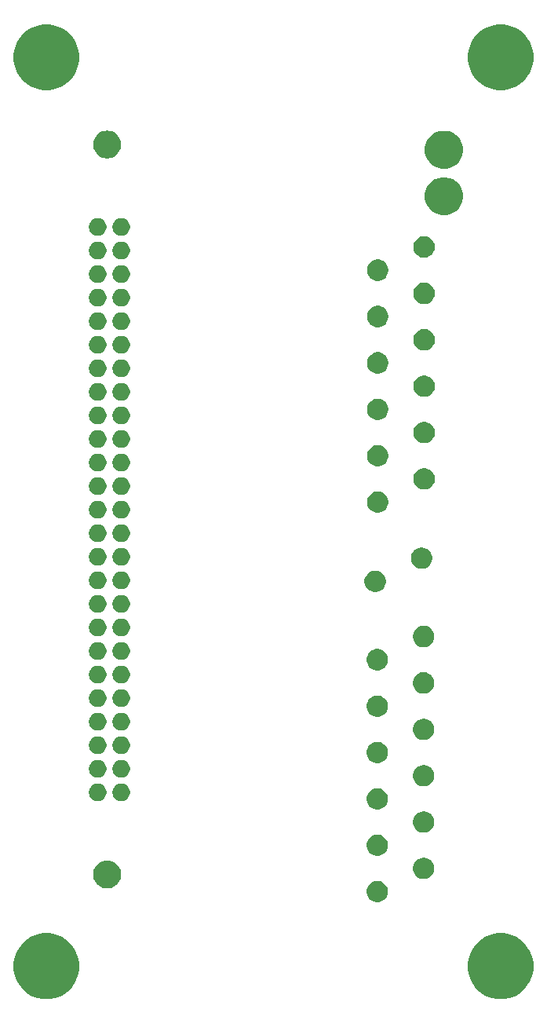
<source format=gbs>
G04 #@! TF.GenerationSoftware,KiCad,Pcbnew,5.0.2-bee76a0~70~ubuntu18.04.1*
G04 #@! TF.CreationDate,2019-06-11T19:18:52-05:00*
G04 #@! TF.ProjectId,ADAPTER_BOARD,41444150-5445-4525-9f42-4f4152442e6b,rev?*
G04 #@! TF.SameCoordinates,Original*
G04 #@! TF.FileFunction,Soldermask,Bot*
G04 #@! TF.FilePolarity,Negative*
%FSLAX46Y46*%
G04 Gerber Fmt 4.6, Leading zero omitted, Abs format (unit mm)*
G04 Created by KiCad (PCBNEW 5.0.2-bee76a0~70~ubuntu18.04.1) date Tue 11 Jun 2019 07:18:52 PM CDT*
%MOMM*%
%LPD*%
G01*
G04 APERTURE LIST*
%ADD10C,0.100000*%
G04 APERTURE END LIST*
D10*
G36*
X105035786Y-121585462D02*
X105035788Y-121585463D01*
X105035789Y-121585463D01*
X105682029Y-121853144D01*
X105682030Y-121853145D01*
X106263634Y-122241760D01*
X106758240Y-122736366D01*
X106758242Y-122736369D01*
X107146856Y-123317971D01*
X107414537Y-123964211D01*
X107551000Y-124650257D01*
X107551000Y-125349743D01*
X107414537Y-126035789D01*
X107146856Y-126682029D01*
X107146855Y-126682030D01*
X106758240Y-127263634D01*
X106263634Y-127758240D01*
X106263631Y-127758242D01*
X105682029Y-128146856D01*
X105035789Y-128414537D01*
X105035788Y-128414537D01*
X105035786Y-128414538D01*
X104349744Y-128551000D01*
X103650256Y-128551000D01*
X102964214Y-128414538D01*
X102964212Y-128414537D01*
X102964211Y-128414537D01*
X102317971Y-128146856D01*
X101736369Y-127758242D01*
X101736366Y-127758240D01*
X101241760Y-127263634D01*
X100853145Y-126682030D01*
X100853144Y-126682029D01*
X100585463Y-126035789D01*
X100449000Y-125349743D01*
X100449000Y-124650257D01*
X100585463Y-123964211D01*
X100853144Y-123317971D01*
X101241758Y-122736369D01*
X101241760Y-122736366D01*
X101736366Y-122241760D01*
X102317970Y-121853145D01*
X102317971Y-121853144D01*
X102964211Y-121585463D01*
X102964212Y-121585463D01*
X102964214Y-121585462D01*
X103650256Y-121449000D01*
X104349744Y-121449000D01*
X105035786Y-121585462D01*
X105035786Y-121585462D01*
G37*
G36*
X56035786Y-121585462D02*
X56035788Y-121585463D01*
X56035789Y-121585463D01*
X56682029Y-121853144D01*
X56682030Y-121853145D01*
X57263634Y-122241760D01*
X57758240Y-122736366D01*
X57758242Y-122736369D01*
X58146856Y-123317971D01*
X58414537Y-123964211D01*
X58551000Y-124650257D01*
X58551000Y-125349743D01*
X58414537Y-126035789D01*
X58146856Y-126682029D01*
X58146855Y-126682030D01*
X57758240Y-127263634D01*
X57263634Y-127758240D01*
X57263631Y-127758242D01*
X56682029Y-128146856D01*
X56035789Y-128414537D01*
X56035788Y-128414537D01*
X56035786Y-128414538D01*
X55349744Y-128551000D01*
X54650256Y-128551000D01*
X53964214Y-128414538D01*
X53964212Y-128414537D01*
X53964211Y-128414537D01*
X53317971Y-128146856D01*
X52736369Y-127758242D01*
X52736366Y-127758240D01*
X52241760Y-127263634D01*
X51853145Y-126682030D01*
X51853144Y-126682029D01*
X51585463Y-126035789D01*
X51449000Y-125349743D01*
X51449000Y-124650257D01*
X51585463Y-123964211D01*
X51853144Y-123317971D01*
X52241758Y-122736369D01*
X52241760Y-122736366D01*
X52736366Y-122241760D01*
X53317970Y-121853145D01*
X53317971Y-121853144D01*
X53964211Y-121585463D01*
X53964212Y-121585463D01*
X53964214Y-121585462D01*
X54650256Y-121449000D01*
X55349744Y-121449000D01*
X56035786Y-121585462D01*
X56035786Y-121585462D01*
G37*
G36*
X91035734Y-115843232D02*
X91245202Y-115929996D01*
X91433723Y-116055962D01*
X91594038Y-116216277D01*
X91720004Y-116404798D01*
X91806768Y-116614266D01*
X91851000Y-116836635D01*
X91851000Y-117063365D01*
X91806768Y-117285734D01*
X91720004Y-117495202D01*
X91594038Y-117683723D01*
X91433723Y-117844038D01*
X91245202Y-117970004D01*
X91035734Y-118056768D01*
X90813365Y-118101000D01*
X90586635Y-118101000D01*
X90364266Y-118056768D01*
X90154798Y-117970004D01*
X89966277Y-117844038D01*
X89805962Y-117683723D01*
X89679996Y-117495202D01*
X89593232Y-117285734D01*
X89549000Y-117063365D01*
X89549000Y-116836635D01*
X89593232Y-116614266D01*
X89679996Y-116404798D01*
X89805962Y-116216277D01*
X89966277Y-116055962D01*
X90154798Y-115929996D01*
X90364266Y-115843232D01*
X90586635Y-115799000D01*
X90813365Y-115799000D01*
X91035734Y-115843232D01*
X91035734Y-115843232D01*
G37*
G36*
X61842831Y-113637841D02*
X61987826Y-113666682D01*
X62100974Y-113713550D01*
X62260989Y-113779830D01*
X62506835Y-113944099D01*
X62715901Y-114153165D01*
X62880170Y-114399011D01*
X62993318Y-114672175D01*
X63051000Y-114962163D01*
X63051000Y-115257837D01*
X62993318Y-115547825D01*
X62880170Y-115820989D01*
X62715901Y-116066835D01*
X62506835Y-116275901D01*
X62260989Y-116440170D01*
X62100974Y-116506450D01*
X61987826Y-116553318D01*
X61842831Y-116582159D01*
X61697837Y-116611000D01*
X61402163Y-116611000D01*
X61257169Y-116582159D01*
X61112174Y-116553318D01*
X60999026Y-116506450D01*
X60839011Y-116440170D01*
X60593165Y-116275901D01*
X60384099Y-116066835D01*
X60219830Y-115820989D01*
X60106682Y-115547825D01*
X60049000Y-115257837D01*
X60049000Y-114962163D01*
X60106682Y-114672175D01*
X60219830Y-114399011D01*
X60384099Y-114153165D01*
X60593165Y-113944099D01*
X60839011Y-113779830D01*
X60999026Y-113713550D01*
X61112174Y-113666682D01*
X61257169Y-113637841D01*
X61402163Y-113609000D01*
X61697837Y-113609000D01*
X61842831Y-113637841D01*
X61842831Y-113637841D01*
G37*
G36*
X96035734Y-113343232D02*
X96245202Y-113429996D01*
X96433723Y-113555962D01*
X96594038Y-113716277D01*
X96720004Y-113904798D01*
X96806768Y-114114266D01*
X96851000Y-114336635D01*
X96851000Y-114563365D01*
X96806768Y-114785734D01*
X96720004Y-114995202D01*
X96594038Y-115183723D01*
X96433723Y-115344038D01*
X96245202Y-115470004D01*
X96035734Y-115556768D01*
X95813365Y-115601000D01*
X95586635Y-115601000D01*
X95364266Y-115556768D01*
X95154798Y-115470004D01*
X94966277Y-115344038D01*
X94805962Y-115183723D01*
X94679996Y-114995202D01*
X94593232Y-114785734D01*
X94549000Y-114563365D01*
X94549000Y-114336635D01*
X94593232Y-114114266D01*
X94679996Y-113904798D01*
X94805962Y-113716277D01*
X94966277Y-113555962D01*
X95154798Y-113429996D01*
X95364266Y-113343232D01*
X95586635Y-113299000D01*
X95813365Y-113299000D01*
X96035734Y-113343232D01*
X96035734Y-113343232D01*
G37*
G36*
X91035734Y-110843232D02*
X91245202Y-110929996D01*
X91433723Y-111055962D01*
X91594038Y-111216277D01*
X91720004Y-111404798D01*
X91806768Y-111614266D01*
X91851000Y-111836635D01*
X91851000Y-112063365D01*
X91806768Y-112285734D01*
X91720004Y-112495202D01*
X91594038Y-112683723D01*
X91433723Y-112844038D01*
X91245202Y-112970004D01*
X91035734Y-113056768D01*
X90813365Y-113101000D01*
X90586635Y-113101000D01*
X90364266Y-113056768D01*
X90154798Y-112970004D01*
X89966277Y-112844038D01*
X89805962Y-112683723D01*
X89679996Y-112495202D01*
X89593232Y-112285734D01*
X89549000Y-112063365D01*
X89549000Y-111836635D01*
X89593232Y-111614266D01*
X89679996Y-111404798D01*
X89805962Y-111216277D01*
X89966277Y-111055962D01*
X90154798Y-110929996D01*
X90364266Y-110843232D01*
X90586635Y-110799000D01*
X90813365Y-110799000D01*
X91035734Y-110843232D01*
X91035734Y-110843232D01*
G37*
G36*
X96035734Y-108343232D02*
X96245202Y-108429996D01*
X96433723Y-108555962D01*
X96594038Y-108716277D01*
X96720004Y-108904798D01*
X96806768Y-109114266D01*
X96851000Y-109336635D01*
X96851000Y-109563365D01*
X96806768Y-109785734D01*
X96720004Y-109995202D01*
X96594038Y-110183723D01*
X96433723Y-110344038D01*
X96245202Y-110470004D01*
X96035734Y-110556768D01*
X95813365Y-110601000D01*
X95586635Y-110601000D01*
X95364266Y-110556768D01*
X95154798Y-110470004D01*
X94966277Y-110344038D01*
X94805962Y-110183723D01*
X94679996Y-109995202D01*
X94593232Y-109785734D01*
X94549000Y-109563365D01*
X94549000Y-109336635D01*
X94593232Y-109114266D01*
X94679996Y-108904798D01*
X94805962Y-108716277D01*
X94966277Y-108555962D01*
X95154798Y-108429996D01*
X95364266Y-108343232D01*
X95586635Y-108299000D01*
X95813365Y-108299000D01*
X96035734Y-108343232D01*
X96035734Y-108343232D01*
G37*
G36*
X91035734Y-105843232D02*
X91245202Y-105929996D01*
X91433723Y-106055962D01*
X91594038Y-106216277D01*
X91720004Y-106404798D01*
X91806768Y-106614266D01*
X91851000Y-106836635D01*
X91851000Y-107063365D01*
X91806768Y-107285734D01*
X91720004Y-107495202D01*
X91594038Y-107683723D01*
X91433723Y-107844038D01*
X91245202Y-107970004D01*
X91035734Y-108056768D01*
X90813365Y-108101000D01*
X90586635Y-108101000D01*
X90364266Y-108056768D01*
X90154798Y-107970004D01*
X89966277Y-107844038D01*
X89805962Y-107683723D01*
X89679996Y-107495202D01*
X89593232Y-107285734D01*
X89549000Y-107063365D01*
X89549000Y-106836635D01*
X89593232Y-106614266D01*
X89679996Y-106404798D01*
X89805962Y-106216277D01*
X89966277Y-106055962D01*
X90154798Y-105929996D01*
X90364266Y-105843232D01*
X90586635Y-105799000D01*
X90813365Y-105799000D01*
X91035734Y-105843232D01*
X91035734Y-105843232D01*
G37*
G36*
X63347396Y-105345546D02*
X63520466Y-105417234D01*
X63676230Y-105521312D01*
X63808688Y-105653770D01*
X63912766Y-105809534D01*
X63984454Y-105982604D01*
X64021000Y-106166333D01*
X64021000Y-106353667D01*
X63984454Y-106537396D01*
X63912766Y-106710466D01*
X63808688Y-106866230D01*
X63676230Y-106998688D01*
X63520466Y-107102766D01*
X63347396Y-107174454D01*
X63163667Y-107211000D01*
X62976333Y-107211000D01*
X62792604Y-107174454D01*
X62619534Y-107102766D01*
X62463770Y-106998688D01*
X62331312Y-106866230D01*
X62227234Y-106710466D01*
X62155546Y-106537396D01*
X62119000Y-106353667D01*
X62119000Y-106166333D01*
X62155546Y-105982604D01*
X62227234Y-105809534D01*
X62331312Y-105653770D01*
X62463770Y-105521312D01*
X62619534Y-105417234D01*
X62792604Y-105345546D01*
X62976333Y-105309000D01*
X63163667Y-105309000D01*
X63347396Y-105345546D01*
X63347396Y-105345546D01*
G37*
G36*
X60807396Y-105345546D02*
X60980466Y-105417234D01*
X61136230Y-105521312D01*
X61268688Y-105653770D01*
X61372766Y-105809534D01*
X61444454Y-105982604D01*
X61481000Y-106166333D01*
X61481000Y-106353667D01*
X61444454Y-106537396D01*
X61372766Y-106710466D01*
X61268688Y-106866230D01*
X61136230Y-106998688D01*
X60980466Y-107102766D01*
X60807396Y-107174454D01*
X60623667Y-107211000D01*
X60436333Y-107211000D01*
X60252604Y-107174454D01*
X60079534Y-107102766D01*
X59923770Y-106998688D01*
X59791312Y-106866230D01*
X59687234Y-106710466D01*
X59615546Y-106537396D01*
X59579000Y-106353667D01*
X59579000Y-106166333D01*
X59615546Y-105982604D01*
X59687234Y-105809534D01*
X59791312Y-105653770D01*
X59923770Y-105521312D01*
X60079534Y-105417234D01*
X60252604Y-105345546D01*
X60436333Y-105309000D01*
X60623667Y-105309000D01*
X60807396Y-105345546D01*
X60807396Y-105345546D01*
G37*
G36*
X96035734Y-103343232D02*
X96245202Y-103429996D01*
X96433723Y-103555962D01*
X96594038Y-103716277D01*
X96720004Y-103904798D01*
X96806768Y-104114266D01*
X96851000Y-104336635D01*
X96851000Y-104563365D01*
X96806768Y-104785734D01*
X96720004Y-104995202D01*
X96594038Y-105183723D01*
X96433723Y-105344038D01*
X96245202Y-105470004D01*
X96035734Y-105556768D01*
X95813365Y-105601000D01*
X95586635Y-105601000D01*
X95364266Y-105556768D01*
X95154798Y-105470004D01*
X94966277Y-105344038D01*
X94805962Y-105183723D01*
X94679996Y-104995202D01*
X94593232Y-104785734D01*
X94549000Y-104563365D01*
X94549000Y-104336635D01*
X94593232Y-104114266D01*
X94679996Y-103904798D01*
X94805962Y-103716277D01*
X94966277Y-103555962D01*
X95154798Y-103429996D01*
X95364266Y-103343232D01*
X95586635Y-103299000D01*
X95813365Y-103299000D01*
X96035734Y-103343232D01*
X96035734Y-103343232D01*
G37*
G36*
X60807396Y-102805546D02*
X60980466Y-102877234D01*
X61136230Y-102981312D01*
X61268688Y-103113770D01*
X61372766Y-103269534D01*
X61444454Y-103442604D01*
X61481000Y-103626333D01*
X61481000Y-103813667D01*
X61444454Y-103997396D01*
X61372766Y-104170466D01*
X61268688Y-104326230D01*
X61136230Y-104458688D01*
X60980466Y-104562766D01*
X60807396Y-104634454D01*
X60623667Y-104671000D01*
X60436333Y-104671000D01*
X60252604Y-104634454D01*
X60079534Y-104562766D01*
X59923770Y-104458688D01*
X59791312Y-104326230D01*
X59687234Y-104170466D01*
X59615546Y-103997396D01*
X59579000Y-103813667D01*
X59579000Y-103626333D01*
X59615546Y-103442604D01*
X59687234Y-103269534D01*
X59791312Y-103113770D01*
X59923770Y-102981312D01*
X60079534Y-102877234D01*
X60252604Y-102805546D01*
X60436333Y-102769000D01*
X60623667Y-102769000D01*
X60807396Y-102805546D01*
X60807396Y-102805546D01*
G37*
G36*
X63347396Y-102805546D02*
X63520466Y-102877234D01*
X63676230Y-102981312D01*
X63808688Y-103113770D01*
X63912766Y-103269534D01*
X63984454Y-103442604D01*
X64021000Y-103626333D01*
X64021000Y-103813667D01*
X63984454Y-103997396D01*
X63912766Y-104170466D01*
X63808688Y-104326230D01*
X63676230Y-104458688D01*
X63520466Y-104562766D01*
X63347396Y-104634454D01*
X63163667Y-104671000D01*
X62976333Y-104671000D01*
X62792604Y-104634454D01*
X62619534Y-104562766D01*
X62463770Y-104458688D01*
X62331312Y-104326230D01*
X62227234Y-104170466D01*
X62155546Y-103997396D01*
X62119000Y-103813667D01*
X62119000Y-103626333D01*
X62155546Y-103442604D01*
X62227234Y-103269534D01*
X62331312Y-103113770D01*
X62463770Y-102981312D01*
X62619534Y-102877234D01*
X62792604Y-102805546D01*
X62976333Y-102769000D01*
X63163667Y-102769000D01*
X63347396Y-102805546D01*
X63347396Y-102805546D01*
G37*
G36*
X91035734Y-100843232D02*
X91245202Y-100929996D01*
X91433723Y-101055962D01*
X91594038Y-101216277D01*
X91720004Y-101404798D01*
X91806768Y-101614266D01*
X91851000Y-101836635D01*
X91851000Y-102063365D01*
X91806768Y-102285734D01*
X91720004Y-102495202D01*
X91594038Y-102683723D01*
X91433723Y-102844038D01*
X91245202Y-102970004D01*
X91035734Y-103056768D01*
X90813365Y-103101000D01*
X90586635Y-103101000D01*
X90364266Y-103056768D01*
X90154798Y-102970004D01*
X89966277Y-102844038D01*
X89805962Y-102683723D01*
X89679996Y-102495202D01*
X89593232Y-102285734D01*
X89549000Y-102063365D01*
X89549000Y-101836635D01*
X89593232Y-101614266D01*
X89679996Y-101404798D01*
X89805962Y-101216277D01*
X89966277Y-101055962D01*
X90154798Y-100929996D01*
X90364266Y-100843232D01*
X90586635Y-100799000D01*
X90813365Y-100799000D01*
X91035734Y-100843232D01*
X91035734Y-100843232D01*
G37*
G36*
X63347396Y-100265546D02*
X63520466Y-100337234D01*
X63676230Y-100441312D01*
X63808688Y-100573770D01*
X63912766Y-100729534D01*
X63984454Y-100902604D01*
X64021000Y-101086333D01*
X64021000Y-101273667D01*
X63984454Y-101457396D01*
X63912766Y-101630466D01*
X63808688Y-101786230D01*
X63676230Y-101918688D01*
X63520466Y-102022766D01*
X63347396Y-102094454D01*
X63163667Y-102131000D01*
X62976333Y-102131000D01*
X62792604Y-102094454D01*
X62619534Y-102022766D01*
X62463770Y-101918688D01*
X62331312Y-101786230D01*
X62227234Y-101630466D01*
X62155546Y-101457396D01*
X62119000Y-101273667D01*
X62119000Y-101086333D01*
X62155546Y-100902604D01*
X62227234Y-100729534D01*
X62331312Y-100573770D01*
X62463770Y-100441312D01*
X62619534Y-100337234D01*
X62792604Y-100265546D01*
X62976333Y-100229000D01*
X63163667Y-100229000D01*
X63347396Y-100265546D01*
X63347396Y-100265546D01*
G37*
G36*
X60807396Y-100265546D02*
X60980466Y-100337234D01*
X61136230Y-100441312D01*
X61268688Y-100573770D01*
X61372766Y-100729534D01*
X61444454Y-100902604D01*
X61481000Y-101086333D01*
X61481000Y-101273667D01*
X61444454Y-101457396D01*
X61372766Y-101630466D01*
X61268688Y-101786230D01*
X61136230Y-101918688D01*
X60980466Y-102022766D01*
X60807396Y-102094454D01*
X60623667Y-102131000D01*
X60436333Y-102131000D01*
X60252604Y-102094454D01*
X60079534Y-102022766D01*
X59923770Y-101918688D01*
X59791312Y-101786230D01*
X59687234Y-101630466D01*
X59615546Y-101457396D01*
X59579000Y-101273667D01*
X59579000Y-101086333D01*
X59615546Y-100902604D01*
X59687234Y-100729534D01*
X59791312Y-100573770D01*
X59923770Y-100441312D01*
X60079534Y-100337234D01*
X60252604Y-100265546D01*
X60436333Y-100229000D01*
X60623667Y-100229000D01*
X60807396Y-100265546D01*
X60807396Y-100265546D01*
G37*
G36*
X96035734Y-98343232D02*
X96245202Y-98429996D01*
X96433723Y-98555962D01*
X96594038Y-98716277D01*
X96720004Y-98904798D01*
X96806768Y-99114266D01*
X96851000Y-99336635D01*
X96851000Y-99563365D01*
X96806768Y-99785734D01*
X96720004Y-99995202D01*
X96594038Y-100183723D01*
X96433723Y-100344038D01*
X96245202Y-100470004D01*
X96035734Y-100556768D01*
X95813365Y-100601000D01*
X95586635Y-100601000D01*
X95364266Y-100556768D01*
X95154798Y-100470004D01*
X94966277Y-100344038D01*
X94805962Y-100183723D01*
X94679996Y-99995202D01*
X94593232Y-99785734D01*
X94549000Y-99563365D01*
X94549000Y-99336635D01*
X94593232Y-99114266D01*
X94679996Y-98904798D01*
X94805962Y-98716277D01*
X94966277Y-98555962D01*
X95154798Y-98429996D01*
X95364266Y-98343232D01*
X95586635Y-98299000D01*
X95813365Y-98299000D01*
X96035734Y-98343232D01*
X96035734Y-98343232D01*
G37*
G36*
X63347396Y-97725546D02*
X63520466Y-97797234D01*
X63676230Y-97901312D01*
X63808688Y-98033770D01*
X63912766Y-98189534D01*
X63984454Y-98362604D01*
X64021000Y-98546333D01*
X64021000Y-98733667D01*
X63984454Y-98917396D01*
X63912766Y-99090466D01*
X63808688Y-99246230D01*
X63676230Y-99378688D01*
X63520466Y-99482766D01*
X63347396Y-99554454D01*
X63163667Y-99591000D01*
X62976333Y-99591000D01*
X62792604Y-99554454D01*
X62619534Y-99482766D01*
X62463770Y-99378688D01*
X62331312Y-99246230D01*
X62227234Y-99090466D01*
X62155546Y-98917396D01*
X62119000Y-98733667D01*
X62119000Y-98546333D01*
X62155546Y-98362604D01*
X62227234Y-98189534D01*
X62331312Y-98033770D01*
X62463770Y-97901312D01*
X62619534Y-97797234D01*
X62792604Y-97725546D01*
X62976333Y-97689000D01*
X63163667Y-97689000D01*
X63347396Y-97725546D01*
X63347396Y-97725546D01*
G37*
G36*
X60807396Y-97725546D02*
X60980466Y-97797234D01*
X61136230Y-97901312D01*
X61268688Y-98033770D01*
X61372766Y-98189534D01*
X61444454Y-98362604D01*
X61481000Y-98546333D01*
X61481000Y-98733667D01*
X61444454Y-98917396D01*
X61372766Y-99090466D01*
X61268688Y-99246230D01*
X61136230Y-99378688D01*
X60980466Y-99482766D01*
X60807396Y-99554454D01*
X60623667Y-99591000D01*
X60436333Y-99591000D01*
X60252604Y-99554454D01*
X60079534Y-99482766D01*
X59923770Y-99378688D01*
X59791312Y-99246230D01*
X59687234Y-99090466D01*
X59615546Y-98917396D01*
X59579000Y-98733667D01*
X59579000Y-98546333D01*
X59615546Y-98362604D01*
X59687234Y-98189534D01*
X59791312Y-98033770D01*
X59923770Y-97901312D01*
X60079534Y-97797234D01*
X60252604Y-97725546D01*
X60436333Y-97689000D01*
X60623667Y-97689000D01*
X60807396Y-97725546D01*
X60807396Y-97725546D01*
G37*
G36*
X91035734Y-95843232D02*
X91245202Y-95929996D01*
X91433723Y-96055962D01*
X91594038Y-96216277D01*
X91720004Y-96404798D01*
X91806768Y-96614266D01*
X91851000Y-96836635D01*
X91851000Y-97063365D01*
X91806768Y-97285734D01*
X91720004Y-97495202D01*
X91594038Y-97683723D01*
X91433723Y-97844038D01*
X91245202Y-97970004D01*
X91035734Y-98056768D01*
X90813365Y-98101000D01*
X90586635Y-98101000D01*
X90364266Y-98056768D01*
X90154798Y-97970004D01*
X89966277Y-97844038D01*
X89805962Y-97683723D01*
X89679996Y-97495202D01*
X89593232Y-97285734D01*
X89549000Y-97063365D01*
X89549000Y-96836635D01*
X89593232Y-96614266D01*
X89679996Y-96404798D01*
X89805962Y-96216277D01*
X89966277Y-96055962D01*
X90154798Y-95929996D01*
X90364266Y-95843232D01*
X90586635Y-95799000D01*
X90813365Y-95799000D01*
X91035734Y-95843232D01*
X91035734Y-95843232D01*
G37*
G36*
X60807396Y-95185546D02*
X60980466Y-95257234D01*
X61136230Y-95361312D01*
X61268688Y-95493770D01*
X61372766Y-95649534D01*
X61444454Y-95822604D01*
X61481000Y-96006333D01*
X61481000Y-96193667D01*
X61444454Y-96377396D01*
X61372766Y-96550466D01*
X61268688Y-96706230D01*
X61136230Y-96838688D01*
X60980466Y-96942766D01*
X60807396Y-97014454D01*
X60623667Y-97051000D01*
X60436333Y-97051000D01*
X60252604Y-97014454D01*
X60079534Y-96942766D01*
X59923770Y-96838688D01*
X59791312Y-96706230D01*
X59687234Y-96550466D01*
X59615546Y-96377396D01*
X59579000Y-96193667D01*
X59579000Y-96006333D01*
X59615546Y-95822604D01*
X59687234Y-95649534D01*
X59791312Y-95493770D01*
X59923770Y-95361312D01*
X60079534Y-95257234D01*
X60252604Y-95185546D01*
X60436333Y-95149000D01*
X60623667Y-95149000D01*
X60807396Y-95185546D01*
X60807396Y-95185546D01*
G37*
G36*
X63347396Y-95185546D02*
X63520466Y-95257234D01*
X63676230Y-95361312D01*
X63808688Y-95493770D01*
X63912766Y-95649534D01*
X63984454Y-95822604D01*
X64021000Y-96006333D01*
X64021000Y-96193667D01*
X63984454Y-96377396D01*
X63912766Y-96550466D01*
X63808688Y-96706230D01*
X63676230Y-96838688D01*
X63520466Y-96942766D01*
X63347396Y-97014454D01*
X63163667Y-97051000D01*
X62976333Y-97051000D01*
X62792604Y-97014454D01*
X62619534Y-96942766D01*
X62463770Y-96838688D01*
X62331312Y-96706230D01*
X62227234Y-96550466D01*
X62155546Y-96377396D01*
X62119000Y-96193667D01*
X62119000Y-96006333D01*
X62155546Y-95822604D01*
X62227234Y-95649534D01*
X62331312Y-95493770D01*
X62463770Y-95361312D01*
X62619534Y-95257234D01*
X62792604Y-95185546D01*
X62976333Y-95149000D01*
X63163667Y-95149000D01*
X63347396Y-95185546D01*
X63347396Y-95185546D01*
G37*
G36*
X96035734Y-93343232D02*
X96245202Y-93429996D01*
X96433723Y-93555962D01*
X96594038Y-93716277D01*
X96720004Y-93904798D01*
X96806768Y-94114266D01*
X96851000Y-94336635D01*
X96851000Y-94563365D01*
X96806768Y-94785734D01*
X96720004Y-94995202D01*
X96594038Y-95183723D01*
X96433723Y-95344038D01*
X96245202Y-95470004D01*
X96035734Y-95556768D01*
X95813365Y-95601000D01*
X95586635Y-95601000D01*
X95364266Y-95556768D01*
X95154798Y-95470004D01*
X94966277Y-95344038D01*
X94805962Y-95183723D01*
X94679996Y-94995202D01*
X94593232Y-94785734D01*
X94549000Y-94563365D01*
X94549000Y-94336635D01*
X94593232Y-94114266D01*
X94679996Y-93904798D01*
X94805962Y-93716277D01*
X94966277Y-93555962D01*
X95154798Y-93429996D01*
X95364266Y-93343232D01*
X95586635Y-93299000D01*
X95813365Y-93299000D01*
X96035734Y-93343232D01*
X96035734Y-93343232D01*
G37*
G36*
X63347396Y-92645546D02*
X63520466Y-92717234D01*
X63676230Y-92821312D01*
X63808688Y-92953770D01*
X63912766Y-93109534D01*
X63984454Y-93282604D01*
X64021000Y-93466333D01*
X64021000Y-93653667D01*
X63984454Y-93837396D01*
X63912766Y-94010466D01*
X63808688Y-94166230D01*
X63676230Y-94298688D01*
X63520466Y-94402766D01*
X63347396Y-94474454D01*
X63163667Y-94511000D01*
X62976333Y-94511000D01*
X62792604Y-94474454D01*
X62619534Y-94402766D01*
X62463770Y-94298688D01*
X62331312Y-94166230D01*
X62227234Y-94010466D01*
X62155546Y-93837396D01*
X62119000Y-93653667D01*
X62119000Y-93466333D01*
X62155546Y-93282604D01*
X62227234Y-93109534D01*
X62331312Y-92953770D01*
X62463770Y-92821312D01*
X62619534Y-92717234D01*
X62792604Y-92645546D01*
X62976333Y-92609000D01*
X63163667Y-92609000D01*
X63347396Y-92645546D01*
X63347396Y-92645546D01*
G37*
G36*
X60807396Y-92645546D02*
X60980466Y-92717234D01*
X61136230Y-92821312D01*
X61268688Y-92953770D01*
X61372766Y-93109534D01*
X61444454Y-93282604D01*
X61481000Y-93466333D01*
X61481000Y-93653667D01*
X61444454Y-93837396D01*
X61372766Y-94010466D01*
X61268688Y-94166230D01*
X61136230Y-94298688D01*
X60980466Y-94402766D01*
X60807396Y-94474454D01*
X60623667Y-94511000D01*
X60436333Y-94511000D01*
X60252604Y-94474454D01*
X60079534Y-94402766D01*
X59923770Y-94298688D01*
X59791312Y-94166230D01*
X59687234Y-94010466D01*
X59615546Y-93837396D01*
X59579000Y-93653667D01*
X59579000Y-93466333D01*
X59615546Y-93282604D01*
X59687234Y-93109534D01*
X59791312Y-92953770D01*
X59923770Y-92821312D01*
X60079534Y-92717234D01*
X60252604Y-92645546D01*
X60436333Y-92609000D01*
X60623667Y-92609000D01*
X60807396Y-92645546D01*
X60807396Y-92645546D01*
G37*
G36*
X91035734Y-90843232D02*
X91245202Y-90929996D01*
X91433723Y-91055962D01*
X91594038Y-91216277D01*
X91720004Y-91404798D01*
X91806768Y-91614266D01*
X91851000Y-91836635D01*
X91851000Y-92063365D01*
X91806768Y-92285734D01*
X91720004Y-92495202D01*
X91594038Y-92683723D01*
X91433723Y-92844038D01*
X91245202Y-92970004D01*
X91035734Y-93056768D01*
X90813365Y-93101000D01*
X90586635Y-93101000D01*
X90364266Y-93056768D01*
X90154798Y-92970004D01*
X89966277Y-92844038D01*
X89805962Y-92683723D01*
X89679996Y-92495202D01*
X89593232Y-92285734D01*
X89549000Y-92063365D01*
X89549000Y-91836635D01*
X89593232Y-91614266D01*
X89679996Y-91404798D01*
X89805962Y-91216277D01*
X89966277Y-91055962D01*
X90154798Y-90929996D01*
X90364266Y-90843232D01*
X90586635Y-90799000D01*
X90813365Y-90799000D01*
X91035734Y-90843232D01*
X91035734Y-90843232D01*
G37*
G36*
X63347396Y-90105546D02*
X63520466Y-90177234D01*
X63676230Y-90281312D01*
X63808688Y-90413770D01*
X63912766Y-90569534D01*
X63984454Y-90742604D01*
X64021000Y-90926333D01*
X64021000Y-91113667D01*
X63984454Y-91297396D01*
X63912766Y-91470466D01*
X63808688Y-91626230D01*
X63676230Y-91758688D01*
X63520466Y-91862766D01*
X63347396Y-91934454D01*
X63163667Y-91971000D01*
X62976333Y-91971000D01*
X62792604Y-91934454D01*
X62619534Y-91862766D01*
X62463770Y-91758688D01*
X62331312Y-91626230D01*
X62227234Y-91470466D01*
X62155546Y-91297396D01*
X62119000Y-91113667D01*
X62119000Y-90926333D01*
X62155546Y-90742604D01*
X62227234Y-90569534D01*
X62331312Y-90413770D01*
X62463770Y-90281312D01*
X62619534Y-90177234D01*
X62792604Y-90105546D01*
X62976333Y-90069000D01*
X63163667Y-90069000D01*
X63347396Y-90105546D01*
X63347396Y-90105546D01*
G37*
G36*
X60807396Y-90105546D02*
X60980466Y-90177234D01*
X61136230Y-90281312D01*
X61268688Y-90413770D01*
X61372766Y-90569534D01*
X61444454Y-90742604D01*
X61481000Y-90926333D01*
X61481000Y-91113667D01*
X61444454Y-91297396D01*
X61372766Y-91470466D01*
X61268688Y-91626230D01*
X61136230Y-91758688D01*
X60980466Y-91862766D01*
X60807396Y-91934454D01*
X60623667Y-91971000D01*
X60436333Y-91971000D01*
X60252604Y-91934454D01*
X60079534Y-91862766D01*
X59923770Y-91758688D01*
X59791312Y-91626230D01*
X59687234Y-91470466D01*
X59615546Y-91297396D01*
X59579000Y-91113667D01*
X59579000Y-90926333D01*
X59615546Y-90742604D01*
X59687234Y-90569534D01*
X59791312Y-90413770D01*
X59923770Y-90281312D01*
X60079534Y-90177234D01*
X60252604Y-90105546D01*
X60436333Y-90069000D01*
X60623667Y-90069000D01*
X60807396Y-90105546D01*
X60807396Y-90105546D01*
G37*
G36*
X96035734Y-88343232D02*
X96245202Y-88429996D01*
X96433723Y-88555962D01*
X96594038Y-88716277D01*
X96720004Y-88904798D01*
X96806768Y-89114266D01*
X96851000Y-89336635D01*
X96851000Y-89563365D01*
X96806768Y-89785734D01*
X96720004Y-89995202D01*
X96594038Y-90183723D01*
X96433723Y-90344038D01*
X96245202Y-90470004D01*
X96035734Y-90556768D01*
X95813365Y-90601000D01*
X95586635Y-90601000D01*
X95364266Y-90556768D01*
X95154798Y-90470004D01*
X94966277Y-90344038D01*
X94805962Y-90183723D01*
X94679996Y-89995202D01*
X94593232Y-89785734D01*
X94549000Y-89563365D01*
X94549000Y-89336635D01*
X94593232Y-89114266D01*
X94679996Y-88904798D01*
X94805962Y-88716277D01*
X94966277Y-88555962D01*
X95154798Y-88429996D01*
X95364266Y-88343232D01*
X95586635Y-88299000D01*
X95813365Y-88299000D01*
X96035734Y-88343232D01*
X96035734Y-88343232D01*
G37*
G36*
X63347396Y-87565546D02*
X63520466Y-87637234D01*
X63676230Y-87741312D01*
X63808688Y-87873770D01*
X63912766Y-88029534D01*
X63984454Y-88202604D01*
X64021000Y-88386333D01*
X64021000Y-88573667D01*
X63984454Y-88757396D01*
X63912766Y-88930466D01*
X63808688Y-89086230D01*
X63676230Y-89218688D01*
X63520466Y-89322766D01*
X63347396Y-89394454D01*
X63163667Y-89431000D01*
X62976333Y-89431000D01*
X62792604Y-89394454D01*
X62619534Y-89322766D01*
X62463770Y-89218688D01*
X62331312Y-89086230D01*
X62227234Y-88930466D01*
X62155546Y-88757396D01*
X62119000Y-88573667D01*
X62119000Y-88386333D01*
X62155546Y-88202604D01*
X62227234Y-88029534D01*
X62331312Y-87873770D01*
X62463770Y-87741312D01*
X62619534Y-87637234D01*
X62792604Y-87565546D01*
X62976333Y-87529000D01*
X63163667Y-87529000D01*
X63347396Y-87565546D01*
X63347396Y-87565546D01*
G37*
G36*
X60807396Y-87565546D02*
X60980466Y-87637234D01*
X61136230Y-87741312D01*
X61268688Y-87873770D01*
X61372766Y-88029534D01*
X61444454Y-88202604D01*
X61481000Y-88386333D01*
X61481000Y-88573667D01*
X61444454Y-88757396D01*
X61372766Y-88930466D01*
X61268688Y-89086230D01*
X61136230Y-89218688D01*
X60980466Y-89322766D01*
X60807396Y-89394454D01*
X60623667Y-89431000D01*
X60436333Y-89431000D01*
X60252604Y-89394454D01*
X60079534Y-89322766D01*
X59923770Y-89218688D01*
X59791312Y-89086230D01*
X59687234Y-88930466D01*
X59615546Y-88757396D01*
X59579000Y-88573667D01*
X59579000Y-88386333D01*
X59615546Y-88202604D01*
X59687234Y-88029534D01*
X59791312Y-87873770D01*
X59923770Y-87741312D01*
X60079534Y-87637234D01*
X60252604Y-87565546D01*
X60436333Y-87529000D01*
X60623667Y-87529000D01*
X60807396Y-87565546D01*
X60807396Y-87565546D01*
G37*
G36*
X60807396Y-85025546D02*
X60980466Y-85097234D01*
X61136230Y-85201312D01*
X61268688Y-85333770D01*
X61372766Y-85489534D01*
X61444454Y-85662604D01*
X61481000Y-85846333D01*
X61481000Y-86033667D01*
X61444454Y-86217396D01*
X61372766Y-86390466D01*
X61268688Y-86546230D01*
X61136230Y-86678688D01*
X60980466Y-86782766D01*
X60807396Y-86854454D01*
X60623667Y-86891000D01*
X60436333Y-86891000D01*
X60252604Y-86854454D01*
X60079534Y-86782766D01*
X59923770Y-86678688D01*
X59791312Y-86546230D01*
X59687234Y-86390466D01*
X59615546Y-86217396D01*
X59579000Y-86033667D01*
X59579000Y-85846333D01*
X59615546Y-85662604D01*
X59687234Y-85489534D01*
X59791312Y-85333770D01*
X59923770Y-85201312D01*
X60079534Y-85097234D01*
X60252604Y-85025546D01*
X60436333Y-84989000D01*
X60623667Y-84989000D01*
X60807396Y-85025546D01*
X60807396Y-85025546D01*
G37*
G36*
X63347396Y-85025546D02*
X63520466Y-85097234D01*
X63676230Y-85201312D01*
X63808688Y-85333770D01*
X63912766Y-85489534D01*
X63984454Y-85662604D01*
X64021000Y-85846333D01*
X64021000Y-86033667D01*
X63984454Y-86217396D01*
X63912766Y-86390466D01*
X63808688Y-86546230D01*
X63676230Y-86678688D01*
X63520466Y-86782766D01*
X63347396Y-86854454D01*
X63163667Y-86891000D01*
X62976333Y-86891000D01*
X62792604Y-86854454D01*
X62619534Y-86782766D01*
X62463770Y-86678688D01*
X62331312Y-86546230D01*
X62227234Y-86390466D01*
X62155546Y-86217396D01*
X62119000Y-86033667D01*
X62119000Y-85846333D01*
X62155546Y-85662604D01*
X62227234Y-85489534D01*
X62331312Y-85333770D01*
X62463770Y-85201312D01*
X62619534Y-85097234D01*
X62792604Y-85025546D01*
X62976333Y-84989000D01*
X63163667Y-84989000D01*
X63347396Y-85025546D01*
X63347396Y-85025546D01*
G37*
G36*
X90805734Y-82393232D02*
X91015202Y-82479996D01*
X91203723Y-82605962D01*
X91364038Y-82766277D01*
X91490004Y-82954798D01*
X91576768Y-83164266D01*
X91621000Y-83386635D01*
X91621000Y-83613365D01*
X91576768Y-83835734D01*
X91490004Y-84045202D01*
X91364038Y-84233723D01*
X91203723Y-84394038D01*
X91015202Y-84520004D01*
X90805734Y-84606768D01*
X90583365Y-84651000D01*
X90356635Y-84651000D01*
X90134266Y-84606768D01*
X89924798Y-84520004D01*
X89736277Y-84394038D01*
X89575962Y-84233723D01*
X89449996Y-84045202D01*
X89363232Y-83835734D01*
X89319000Y-83613365D01*
X89319000Y-83386635D01*
X89363232Y-83164266D01*
X89449996Y-82954798D01*
X89575962Y-82766277D01*
X89736277Y-82605962D01*
X89924798Y-82479996D01*
X90134266Y-82393232D01*
X90356635Y-82349000D01*
X90583365Y-82349000D01*
X90805734Y-82393232D01*
X90805734Y-82393232D01*
G37*
G36*
X63347396Y-82485546D02*
X63520466Y-82557234D01*
X63676230Y-82661312D01*
X63808688Y-82793770D01*
X63912766Y-82949534D01*
X63984454Y-83122604D01*
X64021000Y-83306333D01*
X64021000Y-83493667D01*
X63984454Y-83677396D01*
X63912766Y-83850466D01*
X63808688Y-84006230D01*
X63676230Y-84138688D01*
X63520466Y-84242766D01*
X63347396Y-84314454D01*
X63163667Y-84351000D01*
X62976333Y-84351000D01*
X62792604Y-84314454D01*
X62619534Y-84242766D01*
X62463770Y-84138688D01*
X62331312Y-84006230D01*
X62227234Y-83850466D01*
X62155546Y-83677396D01*
X62119000Y-83493667D01*
X62119000Y-83306333D01*
X62155546Y-83122604D01*
X62227234Y-82949534D01*
X62331312Y-82793770D01*
X62463770Y-82661312D01*
X62619534Y-82557234D01*
X62792604Y-82485546D01*
X62976333Y-82449000D01*
X63163667Y-82449000D01*
X63347396Y-82485546D01*
X63347396Y-82485546D01*
G37*
G36*
X60807396Y-82485546D02*
X60980466Y-82557234D01*
X61136230Y-82661312D01*
X61268688Y-82793770D01*
X61372766Y-82949534D01*
X61444454Y-83122604D01*
X61481000Y-83306333D01*
X61481000Y-83493667D01*
X61444454Y-83677396D01*
X61372766Y-83850466D01*
X61268688Y-84006230D01*
X61136230Y-84138688D01*
X60980466Y-84242766D01*
X60807396Y-84314454D01*
X60623667Y-84351000D01*
X60436333Y-84351000D01*
X60252604Y-84314454D01*
X60079534Y-84242766D01*
X59923770Y-84138688D01*
X59791312Y-84006230D01*
X59687234Y-83850466D01*
X59615546Y-83677396D01*
X59579000Y-83493667D01*
X59579000Y-83306333D01*
X59615546Y-83122604D01*
X59687234Y-82949534D01*
X59791312Y-82793770D01*
X59923770Y-82661312D01*
X60079534Y-82557234D01*
X60252604Y-82485546D01*
X60436333Y-82449000D01*
X60623667Y-82449000D01*
X60807396Y-82485546D01*
X60807396Y-82485546D01*
G37*
G36*
X95805734Y-79893232D02*
X96015202Y-79979996D01*
X96203723Y-80105962D01*
X96364038Y-80266277D01*
X96490004Y-80454798D01*
X96576768Y-80664266D01*
X96621000Y-80886635D01*
X96621000Y-81113365D01*
X96576768Y-81335734D01*
X96490004Y-81545202D01*
X96364038Y-81733723D01*
X96203723Y-81894038D01*
X96015202Y-82020004D01*
X95805734Y-82106768D01*
X95583365Y-82151000D01*
X95356635Y-82151000D01*
X95134266Y-82106768D01*
X94924798Y-82020004D01*
X94736277Y-81894038D01*
X94575962Y-81733723D01*
X94449996Y-81545202D01*
X94363232Y-81335734D01*
X94319000Y-81113365D01*
X94319000Y-80886635D01*
X94363232Y-80664266D01*
X94449996Y-80454798D01*
X94575962Y-80266277D01*
X94736277Y-80105962D01*
X94924798Y-79979996D01*
X95134266Y-79893232D01*
X95356635Y-79849000D01*
X95583365Y-79849000D01*
X95805734Y-79893232D01*
X95805734Y-79893232D01*
G37*
G36*
X60807396Y-79945546D02*
X60980466Y-80017234D01*
X61136230Y-80121312D01*
X61268688Y-80253770D01*
X61372766Y-80409534D01*
X61444454Y-80582604D01*
X61481000Y-80766333D01*
X61481000Y-80953667D01*
X61444454Y-81137396D01*
X61372766Y-81310466D01*
X61268688Y-81466230D01*
X61136230Y-81598688D01*
X60980466Y-81702766D01*
X60807396Y-81774454D01*
X60623667Y-81811000D01*
X60436333Y-81811000D01*
X60252604Y-81774454D01*
X60079534Y-81702766D01*
X59923770Y-81598688D01*
X59791312Y-81466230D01*
X59687234Y-81310466D01*
X59615546Y-81137396D01*
X59579000Y-80953667D01*
X59579000Y-80766333D01*
X59615546Y-80582604D01*
X59687234Y-80409534D01*
X59791312Y-80253770D01*
X59923770Y-80121312D01*
X60079534Y-80017234D01*
X60252604Y-79945546D01*
X60436333Y-79909000D01*
X60623667Y-79909000D01*
X60807396Y-79945546D01*
X60807396Y-79945546D01*
G37*
G36*
X63347396Y-79945546D02*
X63520466Y-80017234D01*
X63676230Y-80121312D01*
X63808688Y-80253770D01*
X63912766Y-80409534D01*
X63984454Y-80582604D01*
X64021000Y-80766333D01*
X64021000Y-80953667D01*
X63984454Y-81137396D01*
X63912766Y-81310466D01*
X63808688Y-81466230D01*
X63676230Y-81598688D01*
X63520466Y-81702766D01*
X63347396Y-81774454D01*
X63163667Y-81811000D01*
X62976333Y-81811000D01*
X62792604Y-81774454D01*
X62619534Y-81702766D01*
X62463770Y-81598688D01*
X62331312Y-81466230D01*
X62227234Y-81310466D01*
X62155546Y-81137396D01*
X62119000Y-80953667D01*
X62119000Y-80766333D01*
X62155546Y-80582604D01*
X62227234Y-80409534D01*
X62331312Y-80253770D01*
X62463770Y-80121312D01*
X62619534Y-80017234D01*
X62792604Y-79945546D01*
X62976333Y-79909000D01*
X63163667Y-79909000D01*
X63347396Y-79945546D01*
X63347396Y-79945546D01*
G37*
G36*
X60807396Y-77405546D02*
X60980466Y-77477234D01*
X61136230Y-77581312D01*
X61268688Y-77713770D01*
X61372766Y-77869534D01*
X61444454Y-78042604D01*
X61481000Y-78226333D01*
X61481000Y-78413667D01*
X61444454Y-78597396D01*
X61372766Y-78770466D01*
X61268688Y-78926230D01*
X61136230Y-79058688D01*
X60980466Y-79162766D01*
X60807396Y-79234454D01*
X60623667Y-79271000D01*
X60436333Y-79271000D01*
X60252604Y-79234454D01*
X60079534Y-79162766D01*
X59923770Y-79058688D01*
X59791312Y-78926230D01*
X59687234Y-78770466D01*
X59615546Y-78597396D01*
X59579000Y-78413667D01*
X59579000Y-78226333D01*
X59615546Y-78042604D01*
X59687234Y-77869534D01*
X59791312Y-77713770D01*
X59923770Y-77581312D01*
X60079534Y-77477234D01*
X60252604Y-77405546D01*
X60436333Y-77369000D01*
X60623667Y-77369000D01*
X60807396Y-77405546D01*
X60807396Y-77405546D01*
G37*
G36*
X63347396Y-77405546D02*
X63520466Y-77477234D01*
X63676230Y-77581312D01*
X63808688Y-77713770D01*
X63912766Y-77869534D01*
X63984454Y-78042604D01*
X64021000Y-78226333D01*
X64021000Y-78413667D01*
X63984454Y-78597396D01*
X63912766Y-78770466D01*
X63808688Y-78926230D01*
X63676230Y-79058688D01*
X63520466Y-79162766D01*
X63347396Y-79234454D01*
X63163667Y-79271000D01*
X62976333Y-79271000D01*
X62792604Y-79234454D01*
X62619534Y-79162766D01*
X62463770Y-79058688D01*
X62331312Y-78926230D01*
X62227234Y-78770466D01*
X62155546Y-78597396D01*
X62119000Y-78413667D01*
X62119000Y-78226333D01*
X62155546Y-78042604D01*
X62227234Y-77869534D01*
X62331312Y-77713770D01*
X62463770Y-77581312D01*
X62619534Y-77477234D01*
X62792604Y-77405546D01*
X62976333Y-77369000D01*
X63163667Y-77369000D01*
X63347396Y-77405546D01*
X63347396Y-77405546D01*
G37*
G36*
X60807396Y-74865546D02*
X60980466Y-74937234D01*
X61136230Y-75041312D01*
X61268688Y-75173770D01*
X61372766Y-75329534D01*
X61444454Y-75502604D01*
X61481000Y-75686333D01*
X61481000Y-75873667D01*
X61444454Y-76057396D01*
X61372766Y-76230466D01*
X61268688Y-76386230D01*
X61136230Y-76518688D01*
X60980466Y-76622766D01*
X60807396Y-76694454D01*
X60623667Y-76731000D01*
X60436333Y-76731000D01*
X60252604Y-76694454D01*
X60079534Y-76622766D01*
X59923770Y-76518688D01*
X59791312Y-76386230D01*
X59687234Y-76230466D01*
X59615546Y-76057396D01*
X59579000Y-75873667D01*
X59579000Y-75686333D01*
X59615546Y-75502604D01*
X59687234Y-75329534D01*
X59791312Y-75173770D01*
X59923770Y-75041312D01*
X60079534Y-74937234D01*
X60252604Y-74865546D01*
X60436333Y-74829000D01*
X60623667Y-74829000D01*
X60807396Y-74865546D01*
X60807396Y-74865546D01*
G37*
G36*
X63347396Y-74865546D02*
X63520466Y-74937234D01*
X63676230Y-75041312D01*
X63808688Y-75173770D01*
X63912766Y-75329534D01*
X63984454Y-75502604D01*
X64021000Y-75686333D01*
X64021000Y-75873667D01*
X63984454Y-76057396D01*
X63912766Y-76230466D01*
X63808688Y-76386230D01*
X63676230Y-76518688D01*
X63520466Y-76622766D01*
X63347396Y-76694454D01*
X63163667Y-76731000D01*
X62976333Y-76731000D01*
X62792604Y-76694454D01*
X62619534Y-76622766D01*
X62463770Y-76518688D01*
X62331312Y-76386230D01*
X62227234Y-76230466D01*
X62155546Y-76057396D01*
X62119000Y-75873667D01*
X62119000Y-75686333D01*
X62155546Y-75502604D01*
X62227234Y-75329534D01*
X62331312Y-75173770D01*
X62463770Y-75041312D01*
X62619534Y-74937234D01*
X62792604Y-74865546D01*
X62976333Y-74829000D01*
X63163667Y-74829000D01*
X63347396Y-74865546D01*
X63347396Y-74865546D01*
G37*
G36*
X91085734Y-73843232D02*
X91295202Y-73929996D01*
X91483723Y-74055962D01*
X91644038Y-74216277D01*
X91770004Y-74404798D01*
X91856768Y-74614266D01*
X91901000Y-74836635D01*
X91901000Y-75063365D01*
X91856768Y-75285734D01*
X91770004Y-75495202D01*
X91644038Y-75683723D01*
X91483723Y-75844038D01*
X91295202Y-75970004D01*
X91085734Y-76056768D01*
X90863365Y-76101000D01*
X90636635Y-76101000D01*
X90414266Y-76056768D01*
X90204798Y-75970004D01*
X90016277Y-75844038D01*
X89855962Y-75683723D01*
X89729996Y-75495202D01*
X89643232Y-75285734D01*
X89599000Y-75063365D01*
X89599000Y-74836635D01*
X89643232Y-74614266D01*
X89729996Y-74404798D01*
X89855962Y-74216277D01*
X90016277Y-74055962D01*
X90204798Y-73929996D01*
X90414266Y-73843232D01*
X90636635Y-73799000D01*
X90863365Y-73799000D01*
X91085734Y-73843232D01*
X91085734Y-73843232D01*
G37*
G36*
X63347396Y-72325546D02*
X63520466Y-72397234D01*
X63676230Y-72501312D01*
X63808688Y-72633770D01*
X63912766Y-72789534D01*
X63984454Y-72962604D01*
X64021000Y-73146333D01*
X64021000Y-73333667D01*
X63984454Y-73517396D01*
X63912766Y-73690466D01*
X63808688Y-73846230D01*
X63676230Y-73978688D01*
X63520466Y-74082766D01*
X63347396Y-74154454D01*
X63163667Y-74191000D01*
X62976333Y-74191000D01*
X62792604Y-74154454D01*
X62619534Y-74082766D01*
X62463770Y-73978688D01*
X62331312Y-73846230D01*
X62227234Y-73690466D01*
X62155546Y-73517396D01*
X62119000Y-73333667D01*
X62119000Y-73146333D01*
X62155546Y-72962604D01*
X62227234Y-72789534D01*
X62331312Y-72633770D01*
X62463770Y-72501312D01*
X62619534Y-72397234D01*
X62792604Y-72325546D01*
X62976333Y-72289000D01*
X63163667Y-72289000D01*
X63347396Y-72325546D01*
X63347396Y-72325546D01*
G37*
G36*
X60807396Y-72325546D02*
X60980466Y-72397234D01*
X61136230Y-72501312D01*
X61268688Y-72633770D01*
X61372766Y-72789534D01*
X61444454Y-72962604D01*
X61481000Y-73146333D01*
X61481000Y-73333667D01*
X61444454Y-73517396D01*
X61372766Y-73690466D01*
X61268688Y-73846230D01*
X61136230Y-73978688D01*
X60980466Y-74082766D01*
X60807396Y-74154454D01*
X60623667Y-74191000D01*
X60436333Y-74191000D01*
X60252604Y-74154454D01*
X60079534Y-74082766D01*
X59923770Y-73978688D01*
X59791312Y-73846230D01*
X59687234Y-73690466D01*
X59615546Y-73517396D01*
X59579000Y-73333667D01*
X59579000Y-73146333D01*
X59615546Y-72962604D01*
X59687234Y-72789534D01*
X59791312Y-72633770D01*
X59923770Y-72501312D01*
X60079534Y-72397234D01*
X60252604Y-72325546D01*
X60436333Y-72289000D01*
X60623667Y-72289000D01*
X60807396Y-72325546D01*
X60807396Y-72325546D01*
G37*
G36*
X96085734Y-71343232D02*
X96295202Y-71429996D01*
X96483723Y-71555962D01*
X96644038Y-71716277D01*
X96770004Y-71904798D01*
X96856768Y-72114266D01*
X96901000Y-72336635D01*
X96901000Y-72563365D01*
X96856768Y-72785734D01*
X96770004Y-72995202D01*
X96644038Y-73183723D01*
X96483723Y-73344038D01*
X96295202Y-73470004D01*
X96085734Y-73556768D01*
X95863365Y-73601000D01*
X95636635Y-73601000D01*
X95414266Y-73556768D01*
X95204798Y-73470004D01*
X95016277Y-73344038D01*
X94855962Y-73183723D01*
X94729996Y-72995202D01*
X94643232Y-72785734D01*
X94599000Y-72563365D01*
X94599000Y-72336635D01*
X94643232Y-72114266D01*
X94729996Y-71904798D01*
X94855962Y-71716277D01*
X95016277Y-71555962D01*
X95204798Y-71429996D01*
X95414266Y-71343232D01*
X95636635Y-71299000D01*
X95863365Y-71299000D01*
X96085734Y-71343232D01*
X96085734Y-71343232D01*
G37*
G36*
X63347396Y-69785546D02*
X63520466Y-69857234D01*
X63676230Y-69961312D01*
X63808688Y-70093770D01*
X63912766Y-70249534D01*
X63984454Y-70422604D01*
X64021000Y-70606333D01*
X64021000Y-70793667D01*
X63984454Y-70977396D01*
X63912766Y-71150466D01*
X63808688Y-71306230D01*
X63676230Y-71438688D01*
X63520466Y-71542766D01*
X63347396Y-71614454D01*
X63163667Y-71651000D01*
X62976333Y-71651000D01*
X62792604Y-71614454D01*
X62619534Y-71542766D01*
X62463770Y-71438688D01*
X62331312Y-71306230D01*
X62227234Y-71150466D01*
X62155546Y-70977396D01*
X62119000Y-70793667D01*
X62119000Y-70606333D01*
X62155546Y-70422604D01*
X62227234Y-70249534D01*
X62331312Y-70093770D01*
X62463770Y-69961312D01*
X62619534Y-69857234D01*
X62792604Y-69785546D01*
X62976333Y-69749000D01*
X63163667Y-69749000D01*
X63347396Y-69785546D01*
X63347396Y-69785546D01*
G37*
G36*
X60807396Y-69785546D02*
X60980466Y-69857234D01*
X61136230Y-69961312D01*
X61268688Y-70093770D01*
X61372766Y-70249534D01*
X61444454Y-70422604D01*
X61481000Y-70606333D01*
X61481000Y-70793667D01*
X61444454Y-70977396D01*
X61372766Y-71150466D01*
X61268688Y-71306230D01*
X61136230Y-71438688D01*
X60980466Y-71542766D01*
X60807396Y-71614454D01*
X60623667Y-71651000D01*
X60436333Y-71651000D01*
X60252604Y-71614454D01*
X60079534Y-71542766D01*
X59923770Y-71438688D01*
X59791312Y-71306230D01*
X59687234Y-71150466D01*
X59615546Y-70977396D01*
X59579000Y-70793667D01*
X59579000Y-70606333D01*
X59615546Y-70422604D01*
X59687234Y-70249534D01*
X59791312Y-70093770D01*
X59923770Y-69961312D01*
X60079534Y-69857234D01*
X60252604Y-69785546D01*
X60436333Y-69749000D01*
X60623667Y-69749000D01*
X60807396Y-69785546D01*
X60807396Y-69785546D01*
G37*
G36*
X91085734Y-68843232D02*
X91295202Y-68929996D01*
X91483723Y-69055962D01*
X91644038Y-69216277D01*
X91770004Y-69404798D01*
X91856768Y-69614266D01*
X91901000Y-69836635D01*
X91901000Y-70063365D01*
X91856768Y-70285734D01*
X91770004Y-70495202D01*
X91644038Y-70683723D01*
X91483723Y-70844038D01*
X91295202Y-70970004D01*
X91085734Y-71056768D01*
X90863365Y-71101000D01*
X90636635Y-71101000D01*
X90414266Y-71056768D01*
X90204798Y-70970004D01*
X90016277Y-70844038D01*
X89855962Y-70683723D01*
X89729996Y-70495202D01*
X89643232Y-70285734D01*
X89599000Y-70063365D01*
X89599000Y-69836635D01*
X89643232Y-69614266D01*
X89729996Y-69404798D01*
X89855962Y-69216277D01*
X90016277Y-69055962D01*
X90204798Y-68929996D01*
X90414266Y-68843232D01*
X90636635Y-68799000D01*
X90863365Y-68799000D01*
X91085734Y-68843232D01*
X91085734Y-68843232D01*
G37*
G36*
X63347396Y-67245546D02*
X63520466Y-67317234D01*
X63676230Y-67421312D01*
X63808688Y-67553770D01*
X63912766Y-67709534D01*
X63984454Y-67882604D01*
X64021000Y-68066333D01*
X64021000Y-68253667D01*
X63984454Y-68437396D01*
X63912766Y-68610466D01*
X63808688Y-68766230D01*
X63676230Y-68898688D01*
X63520466Y-69002766D01*
X63347396Y-69074454D01*
X63163667Y-69111000D01*
X62976333Y-69111000D01*
X62792604Y-69074454D01*
X62619534Y-69002766D01*
X62463770Y-68898688D01*
X62331312Y-68766230D01*
X62227234Y-68610466D01*
X62155546Y-68437396D01*
X62119000Y-68253667D01*
X62119000Y-68066333D01*
X62155546Y-67882604D01*
X62227234Y-67709534D01*
X62331312Y-67553770D01*
X62463770Y-67421312D01*
X62619534Y-67317234D01*
X62792604Y-67245546D01*
X62976333Y-67209000D01*
X63163667Y-67209000D01*
X63347396Y-67245546D01*
X63347396Y-67245546D01*
G37*
G36*
X60807396Y-67245546D02*
X60980466Y-67317234D01*
X61136230Y-67421312D01*
X61268688Y-67553770D01*
X61372766Y-67709534D01*
X61444454Y-67882604D01*
X61481000Y-68066333D01*
X61481000Y-68253667D01*
X61444454Y-68437396D01*
X61372766Y-68610466D01*
X61268688Y-68766230D01*
X61136230Y-68898688D01*
X60980466Y-69002766D01*
X60807396Y-69074454D01*
X60623667Y-69111000D01*
X60436333Y-69111000D01*
X60252604Y-69074454D01*
X60079534Y-69002766D01*
X59923770Y-68898688D01*
X59791312Y-68766230D01*
X59687234Y-68610466D01*
X59615546Y-68437396D01*
X59579000Y-68253667D01*
X59579000Y-68066333D01*
X59615546Y-67882604D01*
X59687234Y-67709534D01*
X59791312Y-67553770D01*
X59923770Y-67421312D01*
X60079534Y-67317234D01*
X60252604Y-67245546D01*
X60436333Y-67209000D01*
X60623667Y-67209000D01*
X60807396Y-67245546D01*
X60807396Y-67245546D01*
G37*
G36*
X96085734Y-66343232D02*
X96295202Y-66429996D01*
X96483723Y-66555962D01*
X96644038Y-66716277D01*
X96770004Y-66904798D01*
X96856768Y-67114266D01*
X96901000Y-67336635D01*
X96901000Y-67563365D01*
X96856768Y-67785734D01*
X96770004Y-67995202D01*
X96644038Y-68183723D01*
X96483723Y-68344038D01*
X96295202Y-68470004D01*
X96085734Y-68556768D01*
X95863365Y-68601000D01*
X95636635Y-68601000D01*
X95414266Y-68556768D01*
X95204798Y-68470004D01*
X95016277Y-68344038D01*
X94855962Y-68183723D01*
X94729996Y-67995202D01*
X94643232Y-67785734D01*
X94599000Y-67563365D01*
X94599000Y-67336635D01*
X94643232Y-67114266D01*
X94729996Y-66904798D01*
X94855962Y-66716277D01*
X95016277Y-66555962D01*
X95204798Y-66429996D01*
X95414266Y-66343232D01*
X95636635Y-66299000D01*
X95863365Y-66299000D01*
X96085734Y-66343232D01*
X96085734Y-66343232D01*
G37*
G36*
X63347396Y-64705546D02*
X63520466Y-64777234D01*
X63676230Y-64881312D01*
X63808688Y-65013770D01*
X63912766Y-65169534D01*
X63984454Y-65342604D01*
X64021000Y-65526333D01*
X64021000Y-65713667D01*
X63984454Y-65897396D01*
X63912766Y-66070466D01*
X63808688Y-66226230D01*
X63676230Y-66358688D01*
X63520466Y-66462766D01*
X63347396Y-66534454D01*
X63163667Y-66571000D01*
X62976333Y-66571000D01*
X62792604Y-66534454D01*
X62619534Y-66462766D01*
X62463770Y-66358688D01*
X62331312Y-66226230D01*
X62227234Y-66070466D01*
X62155546Y-65897396D01*
X62119000Y-65713667D01*
X62119000Y-65526333D01*
X62155546Y-65342604D01*
X62227234Y-65169534D01*
X62331312Y-65013770D01*
X62463770Y-64881312D01*
X62619534Y-64777234D01*
X62792604Y-64705546D01*
X62976333Y-64669000D01*
X63163667Y-64669000D01*
X63347396Y-64705546D01*
X63347396Y-64705546D01*
G37*
G36*
X60807396Y-64705546D02*
X60980466Y-64777234D01*
X61136230Y-64881312D01*
X61268688Y-65013770D01*
X61372766Y-65169534D01*
X61444454Y-65342604D01*
X61481000Y-65526333D01*
X61481000Y-65713667D01*
X61444454Y-65897396D01*
X61372766Y-66070466D01*
X61268688Y-66226230D01*
X61136230Y-66358688D01*
X60980466Y-66462766D01*
X60807396Y-66534454D01*
X60623667Y-66571000D01*
X60436333Y-66571000D01*
X60252604Y-66534454D01*
X60079534Y-66462766D01*
X59923770Y-66358688D01*
X59791312Y-66226230D01*
X59687234Y-66070466D01*
X59615546Y-65897396D01*
X59579000Y-65713667D01*
X59579000Y-65526333D01*
X59615546Y-65342604D01*
X59687234Y-65169534D01*
X59791312Y-65013770D01*
X59923770Y-64881312D01*
X60079534Y-64777234D01*
X60252604Y-64705546D01*
X60436333Y-64669000D01*
X60623667Y-64669000D01*
X60807396Y-64705546D01*
X60807396Y-64705546D01*
G37*
G36*
X91085734Y-63843232D02*
X91295202Y-63929996D01*
X91483723Y-64055962D01*
X91644038Y-64216277D01*
X91770004Y-64404798D01*
X91856768Y-64614266D01*
X91901000Y-64836635D01*
X91901000Y-65063365D01*
X91856768Y-65285734D01*
X91770004Y-65495202D01*
X91644038Y-65683723D01*
X91483723Y-65844038D01*
X91295202Y-65970004D01*
X91085734Y-66056768D01*
X90863365Y-66101000D01*
X90636635Y-66101000D01*
X90414266Y-66056768D01*
X90204798Y-65970004D01*
X90016277Y-65844038D01*
X89855962Y-65683723D01*
X89729996Y-65495202D01*
X89643232Y-65285734D01*
X89599000Y-65063365D01*
X89599000Y-64836635D01*
X89643232Y-64614266D01*
X89729996Y-64404798D01*
X89855962Y-64216277D01*
X90016277Y-64055962D01*
X90204798Y-63929996D01*
X90414266Y-63843232D01*
X90636635Y-63799000D01*
X90863365Y-63799000D01*
X91085734Y-63843232D01*
X91085734Y-63843232D01*
G37*
G36*
X60807396Y-62165546D02*
X60980466Y-62237234D01*
X61136230Y-62341312D01*
X61268688Y-62473770D01*
X61372766Y-62629534D01*
X61444454Y-62802604D01*
X61481000Y-62986333D01*
X61481000Y-63173667D01*
X61444454Y-63357396D01*
X61372766Y-63530466D01*
X61268688Y-63686230D01*
X61136230Y-63818688D01*
X60980466Y-63922766D01*
X60807396Y-63994454D01*
X60623667Y-64031000D01*
X60436333Y-64031000D01*
X60252604Y-63994454D01*
X60079534Y-63922766D01*
X59923770Y-63818688D01*
X59791312Y-63686230D01*
X59687234Y-63530466D01*
X59615546Y-63357396D01*
X59579000Y-63173667D01*
X59579000Y-62986333D01*
X59615546Y-62802604D01*
X59687234Y-62629534D01*
X59791312Y-62473770D01*
X59923770Y-62341312D01*
X60079534Y-62237234D01*
X60252604Y-62165546D01*
X60436333Y-62129000D01*
X60623667Y-62129000D01*
X60807396Y-62165546D01*
X60807396Y-62165546D01*
G37*
G36*
X63347396Y-62165546D02*
X63520466Y-62237234D01*
X63676230Y-62341312D01*
X63808688Y-62473770D01*
X63912766Y-62629534D01*
X63984454Y-62802604D01*
X64021000Y-62986333D01*
X64021000Y-63173667D01*
X63984454Y-63357396D01*
X63912766Y-63530466D01*
X63808688Y-63686230D01*
X63676230Y-63818688D01*
X63520466Y-63922766D01*
X63347396Y-63994454D01*
X63163667Y-64031000D01*
X62976333Y-64031000D01*
X62792604Y-63994454D01*
X62619534Y-63922766D01*
X62463770Y-63818688D01*
X62331312Y-63686230D01*
X62227234Y-63530466D01*
X62155546Y-63357396D01*
X62119000Y-63173667D01*
X62119000Y-62986333D01*
X62155546Y-62802604D01*
X62227234Y-62629534D01*
X62331312Y-62473770D01*
X62463770Y-62341312D01*
X62619534Y-62237234D01*
X62792604Y-62165546D01*
X62976333Y-62129000D01*
X63163667Y-62129000D01*
X63347396Y-62165546D01*
X63347396Y-62165546D01*
G37*
G36*
X96085734Y-61343232D02*
X96295202Y-61429996D01*
X96483723Y-61555962D01*
X96644038Y-61716277D01*
X96770004Y-61904798D01*
X96856768Y-62114266D01*
X96901000Y-62336635D01*
X96901000Y-62563365D01*
X96856768Y-62785734D01*
X96770004Y-62995202D01*
X96644038Y-63183723D01*
X96483723Y-63344038D01*
X96295202Y-63470004D01*
X96085734Y-63556768D01*
X95863365Y-63601000D01*
X95636635Y-63601000D01*
X95414266Y-63556768D01*
X95204798Y-63470004D01*
X95016277Y-63344038D01*
X94855962Y-63183723D01*
X94729996Y-62995202D01*
X94643232Y-62785734D01*
X94599000Y-62563365D01*
X94599000Y-62336635D01*
X94643232Y-62114266D01*
X94729996Y-61904798D01*
X94855962Y-61716277D01*
X95016277Y-61555962D01*
X95204798Y-61429996D01*
X95414266Y-61343232D01*
X95636635Y-61299000D01*
X95863365Y-61299000D01*
X96085734Y-61343232D01*
X96085734Y-61343232D01*
G37*
G36*
X63347396Y-59625546D02*
X63520466Y-59697234D01*
X63676230Y-59801312D01*
X63808688Y-59933770D01*
X63912766Y-60089534D01*
X63984454Y-60262604D01*
X64021000Y-60446333D01*
X64021000Y-60633667D01*
X63984454Y-60817396D01*
X63912766Y-60990466D01*
X63808688Y-61146230D01*
X63676230Y-61278688D01*
X63520466Y-61382766D01*
X63347396Y-61454454D01*
X63163667Y-61491000D01*
X62976333Y-61491000D01*
X62792604Y-61454454D01*
X62619534Y-61382766D01*
X62463770Y-61278688D01*
X62331312Y-61146230D01*
X62227234Y-60990466D01*
X62155546Y-60817396D01*
X62119000Y-60633667D01*
X62119000Y-60446333D01*
X62155546Y-60262604D01*
X62227234Y-60089534D01*
X62331312Y-59933770D01*
X62463770Y-59801312D01*
X62619534Y-59697234D01*
X62792604Y-59625546D01*
X62976333Y-59589000D01*
X63163667Y-59589000D01*
X63347396Y-59625546D01*
X63347396Y-59625546D01*
G37*
G36*
X60807396Y-59625546D02*
X60980466Y-59697234D01*
X61136230Y-59801312D01*
X61268688Y-59933770D01*
X61372766Y-60089534D01*
X61444454Y-60262604D01*
X61481000Y-60446333D01*
X61481000Y-60633667D01*
X61444454Y-60817396D01*
X61372766Y-60990466D01*
X61268688Y-61146230D01*
X61136230Y-61278688D01*
X60980466Y-61382766D01*
X60807396Y-61454454D01*
X60623667Y-61491000D01*
X60436333Y-61491000D01*
X60252604Y-61454454D01*
X60079534Y-61382766D01*
X59923770Y-61278688D01*
X59791312Y-61146230D01*
X59687234Y-60990466D01*
X59615546Y-60817396D01*
X59579000Y-60633667D01*
X59579000Y-60446333D01*
X59615546Y-60262604D01*
X59687234Y-60089534D01*
X59791312Y-59933770D01*
X59923770Y-59801312D01*
X60079534Y-59697234D01*
X60252604Y-59625546D01*
X60436333Y-59589000D01*
X60623667Y-59589000D01*
X60807396Y-59625546D01*
X60807396Y-59625546D01*
G37*
G36*
X91085734Y-58843232D02*
X91295202Y-58929996D01*
X91483723Y-59055962D01*
X91644038Y-59216277D01*
X91770004Y-59404798D01*
X91856768Y-59614266D01*
X91901000Y-59836635D01*
X91901000Y-60063365D01*
X91856768Y-60285734D01*
X91770004Y-60495202D01*
X91644038Y-60683723D01*
X91483723Y-60844038D01*
X91295202Y-60970004D01*
X91085734Y-61056768D01*
X90863365Y-61101000D01*
X90636635Y-61101000D01*
X90414266Y-61056768D01*
X90204798Y-60970004D01*
X90016277Y-60844038D01*
X89855962Y-60683723D01*
X89729996Y-60495202D01*
X89643232Y-60285734D01*
X89599000Y-60063365D01*
X89599000Y-59836635D01*
X89643232Y-59614266D01*
X89729996Y-59404798D01*
X89855962Y-59216277D01*
X90016277Y-59055962D01*
X90204798Y-58929996D01*
X90414266Y-58843232D01*
X90636635Y-58799000D01*
X90863365Y-58799000D01*
X91085734Y-58843232D01*
X91085734Y-58843232D01*
G37*
G36*
X63347396Y-57085546D02*
X63520466Y-57157234D01*
X63676230Y-57261312D01*
X63808688Y-57393770D01*
X63912766Y-57549534D01*
X63984454Y-57722604D01*
X64021000Y-57906333D01*
X64021000Y-58093667D01*
X63984454Y-58277396D01*
X63912766Y-58450466D01*
X63808688Y-58606230D01*
X63676230Y-58738688D01*
X63520466Y-58842766D01*
X63347396Y-58914454D01*
X63163667Y-58951000D01*
X62976333Y-58951000D01*
X62792604Y-58914454D01*
X62619534Y-58842766D01*
X62463770Y-58738688D01*
X62331312Y-58606230D01*
X62227234Y-58450466D01*
X62155546Y-58277396D01*
X62119000Y-58093667D01*
X62119000Y-57906333D01*
X62155546Y-57722604D01*
X62227234Y-57549534D01*
X62331312Y-57393770D01*
X62463770Y-57261312D01*
X62619534Y-57157234D01*
X62792604Y-57085546D01*
X62976333Y-57049000D01*
X63163667Y-57049000D01*
X63347396Y-57085546D01*
X63347396Y-57085546D01*
G37*
G36*
X60807396Y-57085546D02*
X60980466Y-57157234D01*
X61136230Y-57261312D01*
X61268688Y-57393770D01*
X61372766Y-57549534D01*
X61444454Y-57722604D01*
X61481000Y-57906333D01*
X61481000Y-58093667D01*
X61444454Y-58277396D01*
X61372766Y-58450466D01*
X61268688Y-58606230D01*
X61136230Y-58738688D01*
X60980466Y-58842766D01*
X60807396Y-58914454D01*
X60623667Y-58951000D01*
X60436333Y-58951000D01*
X60252604Y-58914454D01*
X60079534Y-58842766D01*
X59923770Y-58738688D01*
X59791312Y-58606230D01*
X59687234Y-58450466D01*
X59615546Y-58277396D01*
X59579000Y-58093667D01*
X59579000Y-57906333D01*
X59615546Y-57722604D01*
X59687234Y-57549534D01*
X59791312Y-57393770D01*
X59923770Y-57261312D01*
X60079534Y-57157234D01*
X60252604Y-57085546D01*
X60436333Y-57049000D01*
X60623667Y-57049000D01*
X60807396Y-57085546D01*
X60807396Y-57085546D01*
G37*
G36*
X96085734Y-56343232D02*
X96295202Y-56429996D01*
X96483723Y-56555962D01*
X96644038Y-56716277D01*
X96770004Y-56904798D01*
X96856768Y-57114266D01*
X96901000Y-57336635D01*
X96901000Y-57563365D01*
X96856768Y-57785734D01*
X96770004Y-57995202D01*
X96644038Y-58183723D01*
X96483723Y-58344038D01*
X96295202Y-58470004D01*
X96085734Y-58556768D01*
X95863365Y-58601000D01*
X95636635Y-58601000D01*
X95414266Y-58556768D01*
X95204798Y-58470004D01*
X95016277Y-58344038D01*
X94855962Y-58183723D01*
X94729996Y-57995202D01*
X94643232Y-57785734D01*
X94599000Y-57563365D01*
X94599000Y-57336635D01*
X94643232Y-57114266D01*
X94729996Y-56904798D01*
X94855962Y-56716277D01*
X95016277Y-56555962D01*
X95204798Y-56429996D01*
X95414266Y-56343232D01*
X95636635Y-56299000D01*
X95863365Y-56299000D01*
X96085734Y-56343232D01*
X96085734Y-56343232D01*
G37*
G36*
X63347396Y-54545546D02*
X63520466Y-54617234D01*
X63676230Y-54721312D01*
X63808688Y-54853770D01*
X63912766Y-55009534D01*
X63984454Y-55182604D01*
X64021000Y-55366333D01*
X64021000Y-55553667D01*
X63984454Y-55737396D01*
X63912766Y-55910466D01*
X63808688Y-56066230D01*
X63676230Y-56198688D01*
X63520466Y-56302766D01*
X63347396Y-56374454D01*
X63163667Y-56411000D01*
X62976333Y-56411000D01*
X62792604Y-56374454D01*
X62619534Y-56302766D01*
X62463770Y-56198688D01*
X62331312Y-56066230D01*
X62227234Y-55910466D01*
X62155546Y-55737396D01*
X62119000Y-55553667D01*
X62119000Y-55366333D01*
X62155546Y-55182604D01*
X62227234Y-55009534D01*
X62331312Y-54853770D01*
X62463770Y-54721312D01*
X62619534Y-54617234D01*
X62792604Y-54545546D01*
X62976333Y-54509000D01*
X63163667Y-54509000D01*
X63347396Y-54545546D01*
X63347396Y-54545546D01*
G37*
G36*
X60807396Y-54545546D02*
X60980466Y-54617234D01*
X61136230Y-54721312D01*
X61268688Y-54853770D01*
X61372766Y-55009534D01*
X61444454Y-55182604D01*
X61481000Y-55366333D01*
X61481000Y-55553667D01*
X61444454Y-55737396D01*
X61372766Y-55910466D01*
X61268688Y-56066230D01*
X61136230Y-56198688D01*
X60980466Y-56302766D01*
X60807396Y-56374454D01*
X60623667Y-56411000D01*
X60436333Y-56411000D01*
X60252604Y-56374454D01*
X60079534Y-56302766D01*
X59923770Y-56198688D01*
X59791312Y-56066230D01*
X59687234Y-55910466D01*
X59615546Y-55737396D01*
X59579000Y-55553667D01*
X59579000Y-55366333D01*
X59615546Y-55182604D01*
X59687234Y-55009534D01*
X59791312Y-54853770D01*
X59923770Y-54721312D01*
X60079534Y-54617234D01*
X60252604Y-54545546D01*
X60436333Y-54509000D01*
X60623667Y-54509000D01*
X60807396Y-54545546D01*
X60807396Y-54545546D01*
G37*
G36*
X91085734Y-53843232D02*
X91295202Y-53929996D01*
X91483723Y-54055962D01*
X91644038Y-54216277D01*
X91770004Y-54404798D01*
X91856768Y-54614266D01*
X91901000Y-54836635D01*
X91901000Y-55063365D01*
X91856768Y-55285734D01*
X91770004Y-55495202D01*
X91644038Y-55683723D01*
X91483723Y-55844038D01*
X91295202Y-55970004D01*
X91085734Y-56056768D01*
X90863365Y-56101000D01*
X90636635Y-56101000D01*
X90414266Y-56056768D01*
X90204798Y-55970004D01*
X90016277Y-55844038D01*
X89855962Y-55683723D01*
X89729996Y-55495202D01*
X89643232Y-55285734D01*
X89599000Y-55063365D01*
X89599000Y-54836635D01*
X89643232Y-54614266D01*
X89729996Y-54404798D01*
X89855962Y-54216277D01*
X90016277Y-54055962D01*
X90204798Y-53929996D01*
X90414266Y-53843232D01*
X90636635Y-53799000D01*
X90863365Y-53799000D01*
X91085734Y-53843232D01*
X91085734Y-53843232D01*
G37*
G36*
X60807396Y-52005546D02*
X60980466Y-52077234D01*
X61136230Y-52181312D01*
X61268688Y-52313770D01*
X61372766Y-52469534D01*
X61444454Y-52642604D01*
X61481000Y-52826333D01*
X61481000Y-53013667D01*
X61444454Y-53197396D01*
X61372766Y-53370466D01*
X61268688Y-53526230D01*
X61136230Y-53658688D01*
X60980466Y-53762766D01*
X60807396Y-53834454D01*
X60623667Y-53871000D01*
X60436333Y-53871000D01*
X60252604Y-53834454D01*
X60079534Y-53762766D01*
X59923770Y-53658688D01*
X59791312Y-53526230D01*
X59687234Y-53370466D01*
X59615546Y-53197396D01*
X59579000Y-53013667D01*
X59579000Y-52826333D01*
X59615546Y-52642604D01*
X59687234Y-52469534D01*
X59791312Y-52313770D01*
X59923770Y-52181312D01*
X60079534Y-52077234D01*
X60252604Y-52005546D01*
X60436333Y-51969000D01*
X60623667Y-51969000D01*
X60807396Y-52005546D01*
X60807396Y-52005546D01*
G37*
G36*
X63347396Y-52005546D02*
X63520466Y-52077234D01*
X63676230Y-52181312D01*
X63808688Y-52313770D01*
X63912766Y-52469534D01*
X63984454Y-52642604D01*
X64021000Y-52826333D01*
X64021000Y-53013667D01*
X63984454Y-53197396D01*
X63912766Y-53370466D01*
X63808688Y-53526230D01*
X63676230Y-53658688D01*
X63520466Y-53762766D01*
X63347396Y-53834454D01*
X63163667Y-53871000D01*
X62976333Y-53871000D01*
X62792604Y-53834454D01*
X62619534Y-53762766D01*
X62463770Y-53658688D01*
X62331312Y-53526230D01*
X62227234Y-53370466D01*
X62155546Y-53197396D01*
X62119000Y-53013667D01*
X62119000Y-52826333D01*
X62155546Y-52642604D01*
X62227234Y-52469534D01*
X62331312Y-52313770D01*
X62463770Y-52181312D01*
X62619534Y-52077234D01*
X62792604Y-52005546D01*
X62976333Y-51969000D01*
X63163667Y-51969000D01*
X63347396Y-52005546D01*
X63347396Y-52005546D01*
G37*
G36*
X96085734Y-51343232D02*
X96295202Y-51429996D01*
X96483723Y-51555962D01*
X96644038Y-51716277D01*
X96770004Y-51904798D01*
X96856768Y-52114266D01*
X96901000Y-52336635D01*
X96901000Y-52563365D01*
X96856768Y-52785734D01*
X96770004Y-52995202D01*
X96644038Y-53183723D01*
X96483723Y-53344038D01*
X96295202Y-53470004D01*
X96085734Y-53556768D01*
X95863365Y-53601000D01*
X95636635Y-53601000D01*
X95414266Y-53556768D01*
X95204798Y-53470004D01*
X95016277Y-53344038D01*
X94855962Y-53183723D01*
X94729996Y-52995202D01*
X94643232Y-52785734D01*
X94599000Y-52563365D01*
X94599000Y-52336635D01*
X94643232Y-52114266D01*
X94729996Y-51904798D01*
X94855962Y-51716277D01*
X95016277Y-51555962D01*
X95204798Y-51429996D01*
X95414266Y-51343232D01*
X95636635Y-51299000D01*
X95863365Y-51299000D01*
X96085734Y-51343232D01*
X96085734Y-51343232D01*
G37*
G36*
X60807396Y-49465546D02*
X60980466Y-49537234D01*
X61136230Y-49641312D01*
X61268688Y-49773770D01*
X61372766Y-49929534D01*
X61444454Y-50102604D01*
X61481000Y-50286333D01*
X61481000Y-50473667D01*
X61444454Y-50657396D01*
X61372766Y-50830466D01*
X61268688Y-50986230D01*
X61136230Y-51118688D01*
X60980466Y-51222766D01*
X60807396Y-51294454D01*
X60623667Y-51331000D01*
X60436333Y-51331000D01*
X60252604Y-51294454D01*
X60079534Y-51222766D01*
X59923770Y-51118688D01*
X59791312Y-50986230D01*
X59687234Y-50830466D01*
X59615546Y-50657396D01*
X59579000Y-50473667D01*
X59579000Y-50286333D01*
X59615546Y-50102604D01*
X59687234Y-49929534D01*
X59791312Y-49773770D01*
X59923770Y-49641312D01*
X60079534Y-49537234D01*
X60252604Y-49465546D01*
X60436333Y-49429000D01*
X60623667Y-49429000D01*
X60807396Y-49465546D01*
X60807396Y-49465546D01*
G37*
G36*
X63347396Y-49465546D02*
X63520466Y-49537234D01*
X63676230Y-49641312D01*
X63808688Y-49773770D01*
X63912766Y-49929534D01*
X63984454Y-50102604D01*
X64021000Y-50286333D01*
X64021000Y-50473667D01*
X63984454Y-50657396D01*
X63912766Y-50830466D01*
X63808688Y-50986230D01*
X63676230Y-51118688D01*
X63520466Y-51222766D01*
X63347396Y-51294454D01*
X63163667Y-51331000D01*
X62976333Y-51331000D01*
X62792604Y-51294454D01*
X62619534Y-51222766D01*
X62463770Y-51118688D01*
X62331312Y-50986230D01*
X62227234Y-50830466D01*
X62155546Y-50657396D01*
X62119000Y-50473667D01*
X62119000Y-50286333D01*
X62155546Y-50102604D01*
X62227234Y-49929534D01*
X62331312Y-49773770D01*
X62463770Y-49641312D01*
X62619534Y-49537234D01*
X62792604Y-49465546D01*
X62976333Y-49429000D01*
X63163667Y-49429000D01*
X63347396Y-49465546D01*
X63347396Y-49465546D01*
G37*
G36*
X91085734Y-48843232D02*
X91295202Y-48929996D01*
X91483723Y-49055962D01*
X91644038Y-49216277D01*
X91770004Y-49404798D01*
X91856768Y-49614266D01*
X91901000Y-49836635D01*
X91901000Y-50063365D01*
X91856768Y-50285734D01*
X91770004Y-50495202D01*
X91644038Y-50683723D01*
X91483723Y-50844038D01*
X91295202Y-50970004D01*
X91085734Y-51056768D01*
X90863365Y-51101000D01*
X90636635Y-51101000D01*
X90414266Y-51056768D01*
X90204798Y-50970004D01*
X90016277Y-50844038D01*
X89855962Y-50683723D01*
X89729996Y-50495202D01*
X89643232Y-50285734D01*
X89599000Y-50063365D01*
X89599000Y-49836635D01*
X89643232Y-49614266D01*
X89729996Y-49404798D01*
X89855962Y-49216277D01*
X90016277Y-49055962D01*
X90204798Y-48929996D01*
X90414266Y-48843232D01*
X90636635Y-48799000D01*
X90863365Y-48799000D01*
X91085734Y-48843232D01*
X91085734Y-48843232D01*
G37*
G36*
X63347396Y-46925546D02*
X63520466Y-46997234D01*
X63676230Y-47101312D01*
X63808688Y-47233770D01*
X63912766Y-47389534D01*
X63984454Y-47562604D01*
X64021000Y-47746333D01*
X64021000Y-47933667D01*
X63984454Y-48117396D01*
X63912766Y-48290466D01*
X63808688Y-48446230D01*
X63676230Y-48578688D01*
X63520466Y-48682766D01*
X63347396Y-48754454D01*
X63163667Y-48791000D01*
X62976333Y-48791000D01*
X62792604Y-48754454D01*
X62619534Y-48682766D01*
X62463770Y-48578688D01*
X62331312Y-48446230D01*
X62227234Y-48290466D01*
X62155546Y-48117396D01*
X62119000Y-47933667D01*
X62119000Y-47746333D01*
X62155546Y-47562604D01*
X62227234Y-47389534D01*
X62331312Y-47233770D01*
X62463770Y-47101312D01*
X62619534Y-46997234D01*
X62792604Y-46925546D01*
X62976333Y-46889000D01*
X63163667Y-46889000D01*
X63347396Y-46925546D01*
X63347396Y-46925546D01*
G37*
G36*
X60807396Y-46925546D02*
X60980466Y-46997234D01*
X61136230Y-47101312D01*
X61268688Y-47233770D01*
X61372766Y-47389534D01*
X61444454Y-47562604D01*
X61481000Y-47746333D01*
X61481000Y-47933667D01*
X61444454Y-48117396D01*
X61372766Y-48290466D01*
X61268688Y-48446230D01*
X61136230Y-48578688D01*
X60980466Y-48682766D01*
X60807396Y-48754454D01*
X60623667Y-48791000D01*
X60436333Y-48791000D01*
X60252604Y-48754454D01*
X60079534Y-48682766D01*
X59923770Y-48578688D01*
X59791312Y-48446230D01*
X59687234Y-48290466D01*
X59615546Y-48117396D01*
X59579000Y-47933667D01*
X59579000Y-47746333D01*
X59615546Y-47562604D01*
X59687234Y-47389534D01*
X59791312Y-47233770D01*
X59923770Y-47101312D01*
X60079534Y-46997234D01*
X60252604Y-46925546D01*
X60436333Y-46889000D01*
X60623667Y-46889000D01*
X60807396Y-46925546D01*
X60807396Y-46925546D01*
G37*
G36*
X96085734Y-46343232D02*
X96295202Y-46429996D01*
X96483723Y-46555962D01*
X96644038Y-46716277D01*
X96770004Y-46904798D01*
X96856768Y-47114266D01*
X96901000Y-47336635D01*
X96901000Y-47563365D01*
X96856768Y-47785734D01*
X96770004Y-47995202D01*
X96644038Y-48183723D01*
X96483723Y-48344038D01*
X96295202Y-48470004D01*
X96085734Y-48556768D01*
X95863365Y-48601000D01*
X95636635Y-48601000D01*
X95414266Y-48556768D01*
X95204798Y-48470004D01*
X95016277Y-48344038D01*
X94855962Y-48183723D01*
X94729996Y-47995202D01*
X94643232Y-47785734D01*
X94599000Y-47563365D01*
X94599000Y-47336635D01*
X94643232Y-47114266D01*
X94729996Y-46904798D01*
X94855962Y-46716277D01*
X95016277Y-46555962D01*
X95204798Y-46429996D01*
X95414266Y-46343232D01*
X95636635Y-46299000D01*
X95863365Y-46299000D01*
X96085734Y-46343232D01*
X96085734Y-46343232D01*
G37*
G36*
X63347396Y-44385546D02*
X63520466Y-44457234D01*
X63676230Y-44561312D01*
X63808688Y-44693770D01*
X63912766Y-44849534D01*
X63984454Y-45022604D01*
X64021000Y-45206333D01*
X64021000Y-45393667D01*
X63984454Y-45577396D01*
X63912766Y-45750466D01*
X63808688Y-45906230D01*
X63676230Y-46038688D01*
X63520466Y-46142766D01*
X63347396Y-46214454D01*
X63163667Y-46251000D01*
X62976333Y-46251000D01*
X62792604Y-46214454D01*
X62619534Y-46142766D01*
X62463770Y-46038688D01*
X62331312Y-45906230D01*
X62227234Y-45750466D01*
X62155546Y-45577396D01*
X62119000Y-45393667D01*
X62119000Y-45206333D01*
X62155546Y-45022604D01*
X62227234Y-44849534D01*
X62331312Y-44693770D01*
X62463770Y-44561312D01*
X62619534Y-44457234D01*
X62792604Y-44385546D01*
X62976333Y-44349000D01*
X63163667Y-44349000D01*
X63347396Y-44385546D01*
X63347396Y-44385546D01*
G37*
G36*
X60807396Y-44385546D02*
X60980466Y-44457234D01*
X61136230Y-44561312D01*
X61268688Y-44693770D01*
X61372766Y-44849534D01*
X61444454Y-45022604D01*
X61481000Y-45206333D01*
X61481000Y-45393667D01*
X61444454Y-45577396D01*
X61372766Y-45750466D01*
X61268688Y-45906230D01*
X61136230Y-46038688D01*
X60980466Y-46142766D01*
X60807396Y-46214454D01*
X60623667Y-46251000D01*
X60436333Y-46251000D01*
X60252604Y-46214454D01*
X60079534Y-46142766D01*
X59923770Y-46038688D01*
X59791312Y-45906230D01*
X59687234Y-45750466D01*
X59615546Y-45577396D01*
X59579000Y-45393667D01*
X59579000Y-45206333D01*
X59615546Y-45022604D01*
X59687234Y-44849534D01*
X59791312Y-44693770D01*
X59923770Y-44561312D01*
X60079534Y-44457234D01*
X60252604Y-44385546D01*
X60436333Y-44349000D01*
X60623667Y-44349000D01*
X60807396Y-44385546D01*
X60807396Y-44385546D01*
G37*
G36*
X98488252Y-40007818D02*
X98488254Y-40007819D01*
X98488255Y-40007819D01*
X98861513Y-40162427D01*
X98861514Y-40162428D01*
X99197439Y-40386886D01*
X99483114Y-40672561D01*
X99483116Y-40672564D01*
X99707573Y-41008487D01*
X99862181Y-41381745D01*
X99941000Y-41777994D01*
X99941000Y-42182006D01*
X99862181Y-42578255D01*
X99707573Y-42951513D01*
X99707572Y-42951514D01*
X99483114Y-43287439D01*
X99197439Y-43573114D01*
X99197436Y-43573116D01*
X98861513Y-43797573D01*
X98488255Y-43952181D01*
X98488254Y-43952181D01*
X98488252Y-43952182D01*
X98092007Y-44031000D01*
X97687993Y-44031000D01*
X97291748Y-43952182D01*
X97291746Y-43952181D01*
X97291745Y-43952181D01*
X96918487Y-43797573D01*
X96582564Y-43573116D01*
X96582561Y-43573114D01*
X96296886Y-43287439D01*
X96072428Y-42951514D01*
X96072427Y-42951513D01*
X95917819Y-42578255D01*
X95839000Y-42182006D01*
X95839000Y-41777994D01*
X95917819Y-41381745D01*
X96072427Y-41008487D01*
X96296884Y-40672564D01*
X96296886Y-40672561D01*
X96582561Y-40386886D01*
X96918486Y-40162428D01*
X96918487Y-40162427D01*
X97291745Y-40007819D01*
X97291746Y-40007819D01*
X97291748Y-40007818D01*
X97687993Y-39929000D01*
X98092007Y-39929000D01*
X98488252Y-40007818D01*
X98488252Y-40007818D01*
G37*
G36*
X98488252Y-35007818D02*
X98488254Y-35007819D01*
X98488255Y-35007819D01*
X98861513Y-35162427D01*
X99192905Y-35383857D01*
X99197439Y-35386886D01*
X99483114Y-35672561D01*
X99483116Y-35672564D01*
X99707573Y-36008487D01*
X99812649Y-36262164D01*
X99862182Y-36381748D01*
X99941000Y-36777993D01*
X99941000Y-37182007D01*
X99862650Y-37575901D01*
X99862181Y-37578255D01*
X99707573Y-37951513D01*
X99707572Y-37951514D01*
X99483114Y-38287439D01*
X99197439Y-38573114D01*
X99197436Y-38573116D01*
X98861513Y-38797573D01*
X98488255Y-38952181D01*
X98488254Y-38952181D01*
X98488252Y-38952182D01*
X98092007Y-39031000D01*
X97687993Y-39031000D01*
X97291748Y-38952182D01*
X97291746Y-38952181D01*
X97291745Y-38952181D01*
X96918487Y-38797573D01*
X96582564Y-38573116D01*
X96582561Y-38573114D01*
X96296886Y-38287439D01*
X96072428Y-37951514D01*
X96072427Y-37951513D01*
X95917819Y-37578255D01*
X95917351Y-37575901D01*
X95839000Y-37182007D01*
X95839000Y-36777993D01*
X95917818Y-36381748D01*
X95967351Y-36262164D01*
X96072427Y-36008487D01*
X96296884Y-35672564D01*
X96296886Y-35672561D01*
X96582561Y-35386886D01*
X96587095Y-35383857D01*
X96918487Y-35162427D01*
X97291745Y-35007819D01*
X97291746Y-35007819D01*
X97291748Y-35007818D01*
X97687993Y-34929000D01*
X98092007Y-34929000D01*
X98488252Y-35007818D01*
X98488252Y-35007818D01*
G37*
G36*
X61798384Y-34929000D02*
X61987826Y-34966682D01*
X62087136Y-35007818D01*
X62260989Y-35079830D01*
X62506835Y-35244099D01*
X62715901Y-35453165D01*
X62880170Y-35699011D01*
X62946450Y-35859026D01*
X62993318Y-35972174D01*
X63051000Y-36262164D01*
X63051000Y-36557836D01*
X63007209Y-36777993D01*
X62993318Y-36847825D01*
X62880170Y-37120989D01*
X62715901Y-37366835D01*
X62506835Y-37575901D01*
X62260989Y-37740170D01*
X62100974Y-37806450D01*
X61987826Y-37853318D01*
X61842831Y-37882159D01*
X61697837Y-37911000D01*
X61402163Y-37911000D01*
X61257169Y-37882159D01*
X61112174Y-37853318D01*
X60999026Y-37806450D01*
X60839011Y-37740170D01*
X60593165Y-37575901D01*
X60384099Y-37366835D01*
X60219830Y-37120989D01*
X60106682Y-36847825D01*
X60092792Y-36777993D01*
X60049000Y-36557836D01*
X60049000Y-36262164D01*
X60106682Y-35972174D01*
X60153550Y-35859026D01*
X60219830Y-35699011D01*
X60384099Y-35453165D01*
X60593165Y-35244099D01*
X60839011Y-35079830D01*
X61012864Y-35007818D01*
X61112174Y-34966682D01*
X61301616Y-34929000D01*
X61402163Y-34909000D01*
X61697837Y-34909000D01*
X61798384Y-34929000D01*
X61798384Y-34929000D01*
G37*
G36*
X56035786Y-23585462D02*
X56035788Y-23585463D01*
X56035789Y-23585463D01*
X56682029Y-23853144D01*
X56682030Y-23853145D01*
X57263634Y-24241760D01*
X57758240Y-24736366D01*
X57758242Y-24736369D01*
X58146856Y-25317971D01*
X58414537Y-25964211D01*
X58551000Y-26650257D01*
X58551000Y-27349743D01*
X58414537Y-28035789D01*
X58146856Y-28682029D01*
X58146855Y-28682030D01*
X57758240Y-29263634D01*
X57263634Y-29758240D01*
X57263631Y-29758242D01*
X56682029Y-30146856D01*
X56035789Y-30414537D01*
X56035788Y-30414537D01*
X56035786Y-30414538D01*
X55349744Y-30551000D01*
X54650256Y-30551000D01*
X53964214Y-30414538D01*
X53964212Y-30414537D01*
X53964211Y-30414537D01*
X53317971Y-30146856D01*
X52736369Y-29758242D01*
X52736366Y-29758240D01*
X52241760Y-29263634D01*
X51853145Y-28682030D01*
X51853144Y-28682029D01*
X51585463Y-28035789D01*
X51449000Y-27349743D01*
X51449000Y-26650257D01*
X51585463Y-25964211D01*
X51853144Y-25317971D01*
X52241758Y-24736369D01*
X52241760Y-24736366D01*
X52736366Y-24241760D01*
X53317970Y-23853145D01*
X53317971Y-23853144D01*
X53964211Y-23585463D01*
X53964212Y-23585463D01*
X53964214Y-23585462D01*
X54650256Y-23449000D01*
X55349744Y-23449000D01*
X56035786Y-23585462D01*
X56035786Y-23585462D01*
G37*
G36*
X105035786Y-23585462D02*
X105035788Y-23585463D01*
X105035789Y-23585463D01*
X105682029Y-23853144D01*
X105682030Y-23853145D01*
X106263634Y-24241760D01*
X106758240Y-24736366D01*
X106758242Y-24736369D01*
X107146856Y-25317971D01*
X107414537Y-25964211D01*
X107551000Y-26650257D01*
X107551000Y-27349743D01*
X107414537Y-28035789D01*
X107146856Y-28682029D01*
X107146855Y-28682030D01*
X106758240Y-29263634D01*
X106263634Y-29758240D01*
X106263631Y-29758242D01*
X105682029Y-30146856D01*
X105035789Y-30414537D01*
X105035788Y-30414537D01*
X105035786Y-30414538D01*
X104349744Y-30551000D01*
X103650256Y-30551000D01*
X102964214Y-30414538D01*
X102964212Y-30414537D01*
X102964211Y-30414537D01*
X102317971Y-30146856D01*
X101736369Y-29758242D01*
X101736366Y-29758240D01*
X101241760Y-29263634D01*
X100853145Y-28682030D01*
X100853144Y-28682029D01*
X100585463Y-28035789D01*
X100449000Y-27349743D01*
X100449000Y-26650257D01*
X100585463Y-25964211D01*
X100853144Y-25317971D01*
X101241758Y-24736369D01*
X101241760Y-24736366D01*
X101736366Y-24241760D01*
X102317970Y-23853145D01*
X102317971Y-23853144D01*
X102964211Y-23585463D01*
X102964212Y-23585463D01*
X102964214Y-23585462D01*
X103650256Y-23449000D01*
X104349744Y-23449000D01*
X105035786Y-23585462D01*
X105035786Y-23585462D01*
G37*
M02*

</source>
